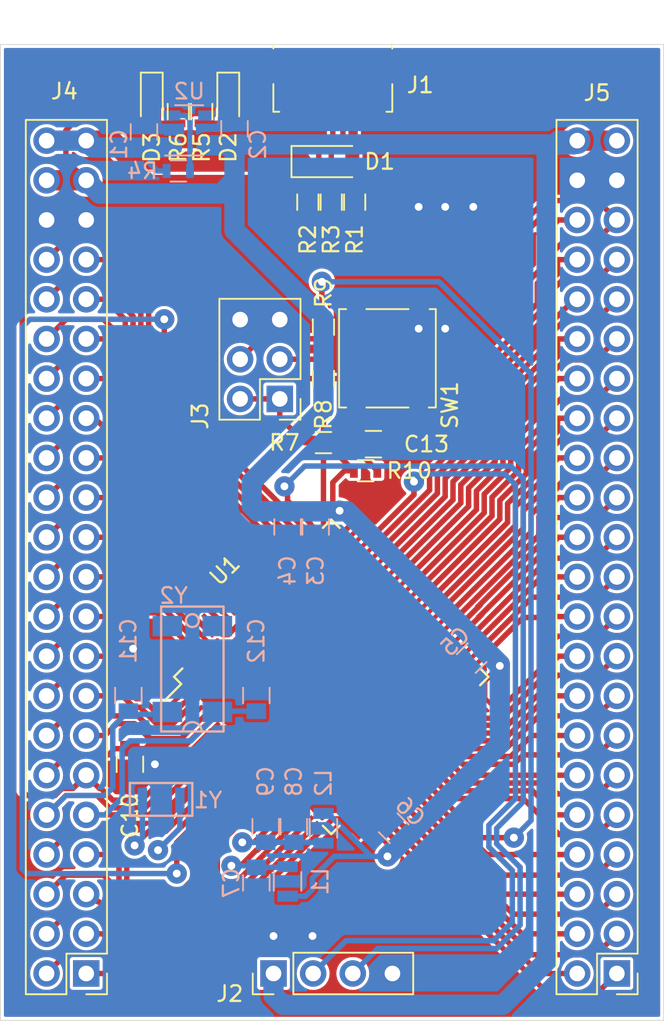
<source format=kicad_pcb>
(kicad_pcb (version 20171130) (host pcbnew "(5.1.2)-1")
  (layers (0 F.Cu signal) (31 B.Cu signal) (34 B.Paste user) (35 F.Paste user) (36 B.SilkS user) (37 F.SilkS user) (38 B.Mask user) (39 F.Mask user) (44 Edge.Cuts user))
  (net 0 "")
  (net 1 GND)
  (net 2 +5V)
  (net 3 +3V3)
  (net 4 /VDDA)
  (net 5 /VREF)
  (net 6 /VBAT)
  (net 7 /PC14)
  (net 8 /PC15)
  (net 9 /NRST)
  (net 10 "Net-(D1-Pad2)")
  (net 11 "Net-(D2-Pad2)")
  (net 12 "Net-(D3-Pad2)")
  (net 13 /PC13)
  (net 14 "Net-(J1-Pad2)")
  (net 15 "Net-(J1-Pad3)")
  (net 16 /DCLK)
  (net 17 /DIO)
  (net 18 "Net-(J3-Pad4)")
  (net 19 "Net-(J3-Pad3)")
  (net 20 "Net-(J3-Pad1)")
  (net 21 /PA3)
  (net 22 /PA2)
  (net 23 /PA1)
  (net 24 /PA0)
  (net 25 /PC3)
  (net 26 /PC2)
  (net 27 /PC1)
  (net 28 /PC0)
  (net 29 /PE6)
  (net 30 /PE5)
  (net 31 /PE4)
  (net 32 /PE3)
  (net 33 /PE2)
  (net 34 /PE1)
  (net 35 /PE0)
  (net 36 /PB9)
  (net 37 /PB8)
  (net 38 /PB7)
  (net 39 /PB6)
  (net 40 /PB5)
  (net 41 /PB4)
  (net 42 /PB3)
  (net 43 /PD7)
  (net 44 /PD6)
  (net 45 /PD5)
  (net 46 /PD4)
  (net 47 /PD3)
  (net 48 /PD2)
  (net 49 /PD1)
  (net 50 /PD0)
  (net 51 /PC12)
  (net 52 /PC11)
  (net 53 /PC10)
  (net 54 /PA15)
  (net 55 /PA12)
  (net 56 /PA11)
  (net 57 /PA10)
  (net 58 /PA9)
  (net 59 /PA8)
  (net 60 /PC9)
  (net 61 /PC8)
  (net 62 /PC7)
  (net 63 /PC6)
  (net 64 /PD15)
  (net 65 /PD14)
  (net 66 /PD13)
  (net 67 /PD12)
  (net 68 /PD11)
  (net 69 /PD10)
  (net 70 /PD9)
  (net 71 /PD8)
  (net 72 /PB15)
  (net 73 /PB14)
  (net 74 /PB13)
  (net 75 /PB12)
  (net 76 /PB11)
  (net 77 /PB10)
  (net 78 /PE15)
  (net 79 /PE14)
  (net 80 /PE13)
  (net 81 /PE12)
  (net 82 /PE11)
  (net 83 /PE10)
  (net 84 /PE9)
  (net 85 /PE8)
  (net 86 /PE7)
  (net 87 /PB1)
  (net 88 /PB0)
  (net 89 /PC5)
  (net 90 /PC4)
  (net 91 /PA7)
  (net 92 /PA6)
  (net 93 /PA5)
  (net 94 /PA4)
  (net 95 "Net-(R4-Pad1)")
  (net 96 /BOOT0)
  (net 97 /BOOT1)
  (net 98 "Net-(U1-Pad73)")
  (net 99 /OSCB)
  (net 100 /OSCA)
  (net 101 "Net-(U2-Pad4)")
  (net 102 "Net-(Y2-Pad2)")
  (net 103 "Net-(Y2-Pad3)")
  (module .rpvM:Crystal_4pin_SMD_2.5x4.6 (layer B.Cu) (at 56.8 70.5 90)
    (fp_text reference Y2 (at 4.7 -1.2 180) (layer B.SilkS) (effects (justify mirror)))
    (fp_text value 32.768K)
    (pad 4 smd rect (at -2.75 1.6 90) (size 1.3 1.9) (layers B.Cu B.Paste B.Mask) (net 8 /PC15))
    (pad 3 smd rect (at 2.75 1.6 90) (size 1.3 1.9) (layers B.Cu B.Paste B.Mask) (net 103 "Net-(Y2-Pad3)"))
    (pad 2 smd rect (at 2.75 -1.6 90) (size 1.3 1.9) (layers B.Cu B.Paste B.Mask) (net 102 "Net-(Y2-Pad2)"))
    (pad 1 smd rect (at -2.75 -1.6 90) (size 1.3 1.9) (layers B.Cu B.Paste B.Mask) (net 7 /PC14))
  )
  (module Pin_Headers:Pin_Header_Straight_2x22_Pitch2.54mm (layer F.Cu) (at 50 90 180)
    (fp_text reference J4 (at 1.4 56.5) (layer F.SilkS))
    (fp_text value " ")
    (pad 1 thru_hole rect (at 0 0 180) (size 1.7 1.7) (drill 1) (layers *.Cu *.Mask) (net 21 /PA3))
    (pad 2 thru_hole oval (at 2.54 0 180) (size 1.7 1.7) (drill 1) (layers *.Cu *.Mask) (net 22 /PA2))
    (pad 3 thru_hole oval (at 0 2.54 180) (size 1.7 1.7) (drill 1) (layers *.Cu *.Mask) (net 23 /PA1))
    (pad 4 thru_hole oval (at 2.54 2.54 180) (size 1.7 1.7) (drill 1) (layers *.Cu *.Mask) (net 24 /PA0))
    (pad 5 thru_hole oval (at 0 5.08 180) (size 1.7 1.7) (drill 1) (layers *.Cu *.Mask) (net 25 /PC3))
    (pad 6 thru_hole oval (at 2.54 5.08 180) (size 1.7 1.7) (drill 1) (layers *.Cu *.Mask) (net 26 /PC2))
    (pad 7 thru_hole oval (at 0 7.62 180) (size 1.7 1.7) (drill 1) (layers *.Cu *.Mask) (net 27 /PC1))
    (pad 8 thru_hole oval (at 2.54 7.62 180) (size 1.7 1.7) (drill 1) (layers *.Cu *.Mask) (net 28 /PC0))
    (pad 9 thru_hole oval (at 0 10.16 180) (size 1.7 1.7) (drill 1) (layers *.Cu *.Mask) (net 8 /PC15))
    (pad 10 thru_hole oval (at 2.54 10.16 180) (size 1.7 1.7) (drill 1) (layers *.Cu *.Mask) (net 7 /PC14))
    (pad 11 thru_hole oval (at 0 12.7 180) (size 1.7 1.7) (drill 1) (layers *.Cu *.Mask) (net 13 /PC13))
    (pad 12 thru_hole oval (at 2.54 12.7 180) (size 1.7 1.7) (drill 1) (layers *.Cu *.Mask) (net 6 /VBAT))
    (pad 13 thru_hole oval (at 0 15.24 180) (size 1.7 1.7) (drill 1) (layers *.Cu *.Mask) (net 29 /PE6))
    (pad 14 thru_hole oval (at 2.54 15.24 180) (size 1.7 1.7) (drill 1) (layers *.Cu *.Mask) (net 30 /PE5))
    (pad 15 thru_hole oval (at 0 17.78 180) (size 1.7 1.7) (drill 1) (layers *.Cu *.Mask) (net 31 /PE4))
    (pad 16 thru_hole oval (at 2.54 17.78 180) (size 1.7 1.7) (drill 1) (layers *.Cu *.Mask) (net 32 /PE3))
    (pad 17 thru_hole oval (at 0 20.32 180) (size 1.7 1.7) (drill 1) (layers *.Cu *.Mask) (net 33 /PE2))
    (pad 18 thru_hole oval (at 2.54 20.32 180) (size 1.7 1.7) (drill 1) (layers *.Cu *.Mask) (net 34 /PE1))
    (pad 19 thru_hole oval (at 0 22.86 180) (size 1.7 1.7) (drill 1) (layers *.Cu *.Mask) (net 35 /PE0))
    (pad 20 thru_hole oval (at 2.54 22.86 180) (size 1.7 1.7) (drill 1) (layers *.Cu *.Mask) (net 36 /PB9))
    (pad 21 thru_hole oval (at 0 25.4 180) (size 1.7 1.7) (drill 1) (layers *.Cu *.Mask) (net 37 /PB8))
    (pad 22 thru_hole oval (at 2.54 25.4 180) (size 1.7 1.7) (drill 1) (layers *.Cu *.Mask) (net 38 /PB7))
    (pad 23 thru_hole oval (at 0 27.94 180) (size 1.7 1.7) (drill 1) (layers *.Cu *.Mask) (net 39 /PB6))
    (pad 24 thru_hole oval (at 2.54 27.94 180) (size 1.7 1.7) (drill 1) (layers *.Cu *.Mask) (net 40 /PB5))
    (pad 25 thru_hole oval (at 0 30.48 180) (size 1.7 1.7) (drill 1) (layers *.Cu *.Mask) (net 41 /PB4))
    (pad 26 thru_hole oval (at 2.54 30.48 180) (size 1.7 1.7) (drill 1) (layers *.Cu *.Mask) (net 42 /PB3))
    (pad 27 thru_hole oval (at 0 33.02 180) (size 1.7 1.7) (drill 1) (layers *.Cu *.Mask) (net 43 /PD7))
    (pad 28 thru_hole oval (at 2.54 33.02 180) (size 1.7 1.7) (drill 1) (layers *.Cu *.Mask) (net 44 /PD6))
    (pad 29 thru_hole oval (at 0 35.56 180) (size 1.7 1.7) (drill 1) (layers *.Cu *.Mask) (net 45 /PD5))
    (pad 30 thru_hole oval (at 2.54 35.56 180) (size 1.7 1.7) (drill 1) (layers *.Cu *.Mask) (net 46 /PD4))
    (pad 31 thru_hole oval (at 0 38.1 180) (size 1.7 1.7) (drill 1) (layers *.Cu *.Mask) (net 47 /PD3))
    (pad 32 thru_hole oval (at 2.54 38.1 180) (size 1.7 1.7) (drill 1) (layers *.Cu *.Mask) (net 48 /PD2))
    (pad 33 thru_hole oval (at 0 40.64 180) (size 1.7 1.7) (drill 1) (layers *.Cu *.Mask) (net 49 /PD1))
    (pad 34 thru_hole oval (at 2.54 40.64 180) (size 1.7 1.7) (drill 1) (layers *.Cu *.Mask) (net 50 /PD0))
    (pad 35 thru_hole oval (at 0 43.18 180) (size 1.7 1.7) (drill 1) (layers *.Cu *.Mask) (net 51 /PC12))
    (pad 36 thru_hole oval (at 2.54 43.18 180) (size 1.7 1.7) (drill 1) (layers *.Cu *.Mask) (net 52 /PC11))
    (pad 37 thru_hole oval (at 0 45.72 180) (size 1.7 1.7) (drill 1) (layers *.Cu *.Mask) (net 53 /PC10))
    (pad 38 thru_hole oval (at 2.54 45.72 180) (size 1.7 1.7) (drill 1) (layers *.Cu *.Mask) (net 54 /PA15))
    (pad 39 thru_hole oval (at 0 48.26 180) (size 1.7 1.7) (drill 1) (layers *.Cu *.Mask) (net 1 GND))
    (pad 40 thru_hole oval (at 2.54 48.26 180) (size 1.7 1.7) (drill 1) (layers *.Cu *.Mask) (net 1 GND))
    (pad 41 thru_hole oval (at 0 50.8 180) (size 1.7 1.7) (drill 1) (layers *.Cu *.Mask) (net 3 +3V3))
    (pad 42 thru_hole oval (at 2.54 50.8 180) (size 1.7 1.7) (drill 1) (layers *.Cu *.Mask) (net 3 +3V3))
    (pad 43 thru_hole oval (at 0 53.34 180) (size 1.7 1.7) (drill 1) (layers *.Cu *.Mask) (net 2 +5V))
    (pad 44 thru_hole oval (at 2.54 53.34 180) (size 1.7 1.7) (drill 1) (layers *.Cu *.Mask) (net 2 +5V))
  )
  (module Capacitors_SMD:C_0805 (layer B.Cu) (at 53.7 36.1 90)
    (fp_text reference C1 (at -0.8 -1.6 -90) (layer B.SilkS) (effects (justify mirror)))
    (fp_text value 22uF)
    (pad 2 smd rect (at 1 0 90) (size 1 1.25) (layers B.Cu B.Paste B.Mask) (net 1 GND))
    (pad 1 smd rect (at -1 0 90) (size 1 1.25) (layers B.Cu B.Paste B.Mask) (net 2 +5V))
  )
  (module Capacitors_SMD:C_0805 (layer B.Cu) (at 59.5 35.9 90)
    (fp_text reference C2 (at -1 1.5 -90) (layer B.SilkS) (effects (justify mirror)))
    (fp_text value 22uF)
    (pad 2 smd rect (at 1 0 90) (size 1 1.25) (layers B.Cu B.Paste B.Mask) (net 1 GND))
    (pad 1 smd rect (at -1 0 90) (size 1 1.25) (layers B.Cu B.Paste B.Mask) (net 3 +3V3))
  )
  (module Capacitors_SMD:C_0805 (layer B.Cu) (at 64.7 61.4 270)
    (fp_text reference C3 (at 2.8 0 90) (layer B.SilkS) (effects (justify mirror)))
    (fp_text value 22uF)
    (pad 1 smd rect (at -1 0 270) (size 1 1.25) (layers B.Cu B.Paste B.Mask) (net 3 +3V3))
    (pad 2 smd rect (at 1 0 270) (size 1 1.25) (layers B.Cu B.Paste B.Mask) (net 1 GND))
  )
  (module Capacitors_SMD:C_0805 (layer B.Cu) (at 62.9 61.4 270)
    (fp_text reference C4 (at 2.8 0 90) (layer B.SilkS) (effects (justify mirror)))
    (fp_text value 100nF)
    (pad 1 smd rect (at -1 0 270) (size 1 1.25) (layers B.Cu B.Paste B.Mask) (net 3 +3V3))
    (pad 2 smd rect (at 1 0 270) (size 1 1.25) (layers B.Cu B.Paste B.Mask) (net 1 GND))
  )
  (module Capacitors_SMD:C_0805 (layer B.Cu) (at 74.7 69.8 225)
    (fp_text reference C5 (at 0 1.5 45) (layer B.SilkS) (effects (justify mirror)))
    (fp_text value 100nF)
    (pad 2 smd rect (at 1 0 225) (size 1 1.25) (layers B.Cu B.Paste B.Mask) (net 1 GND))
    (pad 1 smd rect (at -1 0 225) (size 1 1.25) (layers B.Cu B.Paste B.Mask) (net 3 +3V3))
  )
  (module Capacitors_SMD:C_0805 (layer B.Cu) (at 69.7 80.7 135)
    (fp_text reference C6 (at 0 1.5 135) (layer B.SilkS) (effects (justify mirror)))
    (fp_text value 100nF)
    (pad 1 smd rect (at -1 0 135) (size 1 1.25) (layers B.Cu B.Paste B.Mask) (net 3 +3V3))
    (pad 2 smd rect (at 1 0 135) (size 1 1.25) (layers B.Cu B.Paste B.Mask) (net 1 GND))
  )
  (module Capacitors_SMD:C_0805 (layer B.Cu) (at 60.9 84.2 270)
    (fp_text reference C7 (at 0 1.6 90) (layer B.SilkS) (effects (justify mirror)))
    (fp_text value 100nF)
    (pad 2 smd rect (at 1 0 270) (size 1 1.25) (layers B.Cu B.Paste B.Mask) (net 1 GND))
    (pad 1 smd rect (at -1 0 270) (size 1 1.25) (layers B.Cu B.Paste B.Mask) (net 4 /VDDA))
  )
  (module Capacitors_SMD:C_0805 (layer B.Cu) (at 63.3 80.6 90)
    (fp_text reference C8 (at 2.9 0 90) (layer B.SilkS) (effects (justify mirror)))
    (fp_text value 10uF)
    (pad 1 smd rect (at -1 0 90) (size 1 1.25) (layers B.Cu B.Paste B.Mask) (net 5 /VREF))
    (pad 2 smd rect (at 1 0 90) (size 1 1.25) (layers B.Cu B.Paste B.Mask) (net 1 GND))
  )
  (module Capacitors_SMD:C_0805 (layer B.Cu) (at 61.5 80.6 90)
    (fp_text reference C9 (at 2.9 0 90) (layer B.SilkS) (effects (justify mirror)))
    (fp_text value 100nF)
    (pad 2 smd rect (at 1 0 90) (size 1 1.25) (layers B.Cu B.Paste B.Mask) (net 1 GND))
    (pad 1 smd rect (at -1 0 90) (size 1 1.25) (layers B.Cu B.Paste B.Mask) (net 5 /VREF))
  )
  (module Capacitors_SMD:C_0805 (layer F.Cu) (at 52.8 76.6 270)
    (fp_text reference C10 (at 3.3 0 90) (layer F.SilkS))
    (fp_text value 100nF)
    (pad 1 smd rect (at -1 0 270) (size 1 1.25) (layers F.Cu F.Paste F.Mask) (net 6 /VBAT))
    (pad 2 smd rect (at 1 0 270) (size 1 1.25) (layers F.Cu F.Paste F.Mask) (net 1 GND))
  )
  (module Capacitors_SMD:C_0805 (layer B.Cu) (at 52.7 72.2 90)
    (fp_text reference C11 (at 3.5 0 270) (layer B.SilkS) (effects (justify mirror)))
    (fp_text value 20pF)
    (pad 1 smd rect (at -1 0 90) (size 1 1.25) (layers B.Cu B.Paste B.Mask) (net 7 /PC14))
    (pad 2 smd rect (at 1 0 90) (size 1 1.25) (layers B.Cu B.Paste B.Mask) (net 1 GND))
  )
  (module Capacitors_SMD:C_0805 (layer B.Cu) (at 60.9 72.2 90)
    (fp_text reference C12 (at 3.5 0 270) (layer B.SilkS) (effects (justify mirror)))
    (fp_text value 20pF)
    (pad 2 smd rect (at 1 0 90) (size 1 1.25) (layers B.Cu B.Paste B.Mask) (net 1 GND))
    (pad 1 smd rect (at -1 0 90) (size 1 1.25) (layers B.Cu B.Paste B.Mask) (net 8 /PC15))
  )
  (module Capacitors_SMD:C_0805 (layer F.Cu) (at 68.4 56.1)
    (fp_text reference C13 (at 3.4 0) (layer F.SilkS))
    (fp_text value 100nF)
    (pad 2 smd rect (at 1 0) (size 1 1.25) (layers F.Cu F.Paste F.Mask) (net 1 GND))
    (pad 1 smd rect (at -1 0) (size 1 1.25) (layers F.Cu F.Paste F.Mask) (net 9 /NRST))
  )
  (module Diodes_SMD:D_SOD-123 (layer F.Cu) (at 65.4 38)
    (fp_text reference D1 (at 3.4 0) (layer F.SilkS))
    (fp_text value MBR0530)
    (pad 2 smd rect (at 1.65 0) (size 0.9 1.2) (layers F.Cu F.Paste F.Mask) (net 10 "Net-(D1-Pad2)"))
    (pad 1 smd rect (at -1.65 0) (size 0.9 1.2) (layers F.Cu F.Paste F.Mask) (net 2 +5V))
  )
  (module LEDs:LED_0805 (layer F.Cu) (at 59.1 34.1 270)
    (fp_text reference D2 (at 3 0 90) (layer F.SilkS))
    (fp_text value LED)
    (pad 1 smd rect (at -1.1 0 90) (size 1.2 1.2) (layers F.Cu F.Paste F.Mask) (net 1 GND))
    (pad 2 smd rect (at 1.1 0 90) (size 1.2 1.2) (layers F.Cu F.Paste F.Mask) (net 11 "Net-(D2-Pad2)"))
  )
  (module LEDs:LED_0805 (layer F.Cu) (at 54.2 34.1 270)
    (fp_text reference D3 (at 3 0 90) (layer F.SilkS))
    (fp_text value LED)
    (pad 2 smd rect (at 1.1 0 90) (size 1.2 1.2) (layers F.Cu F.Paste F.Mask) (net 12 "Net-(D3-Pad2)"))
    (pad 1 smd rect (at -1.1 0 90) (size 1.2 1.2) (layers F.Cu F.Paste F.Mask) (net 13 /PC13))
  )
  (module Connectors_USB:USB_Micro-B_Molex_47346-0001 (layer F.Cu) (at 65.8 31.9 180)
    (fp_text reference J1 (at -5.6 -1.2 180) (layer F.SilkS))
    (fp_text value USB)
    (pad 1 smd rect (at -1.3 -2.66 180) (size 0.45 1.38) (layers F.Cu F.Paste F.Mask) (net 10 "Net-(D1-Pad2)"))
    (pad 2 smd rect (at -0.65 -2.66 180) (size 0.45 1.38) (layers F.Cu F.Paste F.Mask) (net 14 "Net-(J1-Pad2)"))
    (pad 3 smd rect (at 0 -2.66 180) (size 0.45 1.38) (layers F.Cu F.Paste F.Mask) (net 15 "Net-(J1-Pad3)"))
    (pad 4 smd rect (at 0.65 -2.66 180) (size 0.45 1.38) (layers F.Cu F.Paste F.Mask) (net 1 GND))
    (pad 5 smd rect (at 1.3 -2.66 180) (size 0.45 1.38) (layers F.Cu F.Paste F.Mask) (net 1 GND))
    (pad 6 smd rect (at -2.4625 -2.3 180) (size 1.475 2.1) (layers F.Cu F.Paste F.Mask) (net 1 GND))
    (pad 6 smd rect (at 2.4625 -2.3 180) (size 1.475 2.1) (layers F.Cu F.Paste F.Mask) (net 1 GND))
    (pad 6 smd rect (at -2.91 0 180) (size 2.375 1.9) (layers F.Cu F.Paste F.Mask) (net 1 GND))
    (pad 6 smd rect (at 2.91 0 180) (size 2.375 1.9) (layers F.Cu F.Paste F.Mask) (net 1 GND))
    (pad 6 smd rect (at -0.84 0 180) (size 1.175 1.9) (layers F.Cu F.Paste F.Mask) (net 1 GND))
    (pad 6 smd rect (at 0.84 0 180) (size 1.175 1.9) (layers F.Cu F.Paste F.Mask) (net 1 GND))
  )
  (module Pin_Headers:Pin_Header_Straight_1x04_Pitch2.54mm (layer F.Cu) (at 62 90 90)
    (fp_text reference J2 (at -1.3 -2.8 180) (layer F.SilkS))
    (fp_text value STLink)
    (pad 4 thru_hole oval (at 0 7.62 90) (size 1.7 1.7) (drill 1) (layers *.Cu *.Mask) (net 1 GND))
    (pad 3 thru_hole oval (at 0 5.08 90) (size 1.7 1.7) (drill 1) (layers *.Cu *.Mask) (net 16 /DCLK))
    (pad 2 thru_hole oval (at 0 2.54 90) (size 1.7 1.7) (drill 1) (layers *.Cu *.Mask) (net 17 /DIO))
    (pad 1 thru_hole rect (at 0 0 90) (size 1.7 1.7) (drill 1) (layers *.Cu *.Mask) (net 3 +3V3))
  )
  (module Pin_Headers:Pin_Header_Straight_2x03_Pitch2.54mm (layer F.Cu) (at 62.4 53.2 180)
    (fp_text reference J3 (at 5.1 -1.1 90) (layer F.SilkS))
    (fp_text value BOOT)
    (pad 6 thru_hole oval (at 2.54 5.08 180) (size 1.7 1.7) (drill 1) (layers *.Cu *.Mask) (net 1 GND))
    (pad 5 thru_hole oval (at 0 5.08 180) (size 1.7 1.7) (drill 1) (layers *.Cu *.Mask) (net 1 GND))
    (pad 4 thru_hole oval (at 2.54 2.54 180) (size 1.7 1.7) (drill 1) (layers *.Cu *.Mask) (net 18 "Net-(J3-Pad4)"))
    (pad 3 thru_hole oval (at 0 2.54 180) (size 1.7 1.7) (drill 1) (layers *.Cu *.Mask) (net 19 "Net-(J3-Pad3)"))
    (pad 2 thru_hole oval (at 2.54 0 180) (size 1.7 1.7) (drill 1) (layers *.Cu *.Mask) (net 20 "Net-(J3-Pad1)"))
    (pad 1 thru_hole rect (at 0 0 180) (size 1.7 1.7) (drill 1) (layers *.Cu *.Mask) (net 20 "Net-(J3-Pad1)"))
  )
  (module Pin_Headers:Pin_Header_Straight_2x22_Pitch2.54mm (layer F.Cu) (at 84 90 180)
    (fp_text reference J5 (at 1.27 56.4) (layer F.SilkS))
    (fp_text value " ")
    (pad 44 thru_hole oval (at 2.54 53.34 180) (size 1.7 1.7) (drill 1) (layers *.Cu *.Mask) (net 3 +3V3))
    (pad 43 thru_hole oval (at 0 53.34 180) (size 1.7 1.7) (drill 1) (layers *.Cu *.Mask) (net 3 +3V3))
    (pad 42 thru_hole oval (at 2.54 50.8 180) (size 1.7 1.7) (drill 1) (layers *.Cu *.Mask) (net 1 GND))
    (pad 41 thru_hole oval (at 0 50.8 180) (size 1.7 1.7) (drill 1) (layers *.Cu *.Mask) (net 1 GND))
    (pad 40 thru_hole oval (at 2.54 48.26 180) (size 1.7 1.7) (drill 1) (layers *.Cu *.Mask) (net 55 /PA12))
    (pad 39 thru_hole oval (at 0 48.26 180) (size 1.7 1.7) (drill 1) (layers *.Cu *.Mask) (net 56 /PA11))
    (pad 38 thru_hole oval (at 2.54 45.72 180) (size 1.7 1.7) (drill 1) (layers *.Cu *.Mask) (net 57 /PA10))
    (pad 37 thru_hole oval (at 0 45.72 180) (size 1.7 1.7) (drill 1) (layers *.Cu *.Mask) (net 58 /PA9))
    (pad 36 thru_hole oval (at 2.54 43.18 180) (size 1.7 1.7) (drill 1) (layers *.Cu *.Mask) (net 59 /PA8))
    (pad 35 thru_hole oval (at 0 43.18 180) (size 1.7 1.7) (drill 1) (layers *.Cu *.Mask) (net 60 /PC9))
    (pad 34 thru_hole oval (at 2.54 40.64 180) (size 1.7 1.7) (drill 1) (layers *.Cu *.Mask) (net 61 /PC8))
    (pad 33 thru_hole oval (at 0 40.64 180) (size 1.7 1.7) (drill 1) (layers *.Cu *.Mask) (net 62 /PC7))
    (pad 32 thru_hole oval (at 2.54 38.1 180) (size 1.7 1.7) (drill 1) (layers *.Cu *.Mask) (net 63 /PC6))
    (pad 31 thru_hole oval (at 0 38.1 180) (size 1.7 1.7) (drill 1) (layers *.Cu *.Mask) (net 64 /PD15))
    (pad 30 thru_hole oval (at 2.54 35.56 180) (size 1.7 1.7) (drill 1) (layers *.Cu *.Mask) (net 65 /PD14))
    (pad 29 thru_hole oval (at 0 35.56 180) (size 1.7 1.7) (drill 1) (layers *.Cu *.Mask) (net 66 /PD13))
    (pad 28 thru_hole oval (at 2.54 33.02 180) (size 1.7 1.7) (drill 1) (layers *.Cu *.Mask) (net 67 /PD12))
    (pad 27 thru_hole oval (at 0 33.02 180) (size 1.7 1.7) (drill 1) (layers *.Cu *.Mask) (net 68 /PD11))
    (pad 26 thru_hole oval (at 2.54 30.48 180) (size 1.7 1.7) (drill 1) (layers *.Cu *.Mask) (net 69 /PD10))
    (pad 25 thru_hole oval (at 0 30.48 180) (size 1.7 1.7) (drill 1) (layers *.Cu *.Mask) (net 70 /PD9))
    (pad 24 thru_hole oval (at 2.54 27.94 180) (size 1.7 1.7) (drill 1) (layers *.Cu *.Mask) (net 71 /PD8))
    (pad 23 thru_hole oval (at 0 27.94 180) (size 1.7 1.7) (drill 1) (layers *.Cu *.Mask) (net 72 /PB15))
    (pad 22 thru_hole oval (at 2.54 25.4 180) (size 1.7 1.7) (drill 1) (layers *.Cu *.Mask) (net 73 /PB14))
    (pad 21 thru_hole oval (at 0 25.4 180) (size 1.7 1.7) (drill 1) (layers *.Cu *.Mask) (net 74 /PB13))
    (pad 20 thru_hole oval (at 2.54 22.86 180) (size 1.7 1.7) (drill 1) (layers *.Cu *.Mask) (net 75 /PB12))
    (pad 19 thru_hole oval (at 0 22.86 180) (size 1.7 1.7) (drill 1) (layers *.Cu *.Mask) (net 76 /PB11))
    (pad 18 thru_hole oval (at 2.54 20.32 180) (size 1.7 1.7) (drill 1) (layers *.Cu *.Mask) (net 77 /PB10))
    (pad 17 thru_hole oval (at 0 20.32 180) (size 1.7 1.7) (drill 1) (layers *.Cu *.Mask) (net 78 /PE15))
    (pad 16 thru_hole oval (at 2.54 17.78 180) (size 1.7 1.7) (drill 1) (layers *.Cu *.Mask) (net 79 /PE14))
    (pad 15 thru_hole oval (at 0 17.78 180) (size 1.7 1.7) (drill 1) (layers *.Cu *.Mask) (net 80 /PE13))
    (pad 14 thru_hole oval (at 2.54 15.24 180) (size 1.7 1.7) (drill 1) (layers *.Cu *.Mask) (net 81 /PE12))
    (pad 13 thru_hole oval (at 0 15.24 180) (size 1.7 1.7) (drill 1) (layers *.Cu *.Mask) (net 82 /PE11))
    (pad 12 thru_hole oval (at 2.54 12.7 180) (size 1.7 1.7) (drill 1) (layers *.Cu *.Mask) (net 83 /PE10))
    (pad 11 thru_hole oval (at 0 12.7 180) (size 1.7 1.7) (drill 1) (layers *.Cu *.Mask) (net 84 /PE9))
    (pad 10 thru_hole oval (at 2.54 10.16 180) (size 1.7 1.7) (drill 1) (layers *.Cu *.Mask) (net 85 /PE8))
    (pad 9 thru_hole oval (at 0 10.16 180) (size 1.7 1.7) (drill 1) (layers *.Cu *.Mask) (net 86 /PE7))
    (pad 8 thru_hole oval (at 2.54 7.62 180) (size 1.7 1.7) (drill 1) (layers *.Cu *.Mask) (net 87 /PB1))
    (pad 7 thru_hole oval (at 0 7.62 180) (size 1.7 1.7) (drill 1) (layers *.Cu *.Mask) (net 88 /PB0))
    (pad 6 thru_hole oval (at 2.54 5.08 180) (size 1.7 1.7) (drill 1) (layers *.Cu *.Mask) (net 89 /PC5))
    (pad 5 thru_hole oval (at 0 5.08 180) (size 1.7 1.7) (drill 1) (layers *.Cu *.Mask) (net 90 /PC4))
    (pad 4 thru_hole oval (at 2.54 2.54 180) (size 1.7 1.7) (drill 1) (layers *.Cu *.Mask) (net 91 /PA7))
    (pad 3 thru_hole oval (at 0 2.54 180) (size 1.7 1.7) (drill 1) (layers *.Cu *.Mask) (net 92 /PA6))
    (pad 2 thru_hole oval (at 2.54 0 180) (size 1.7 1.7) (drill 1) (layers *.Cu *.Mask) (net 93 /PA5))
    (pad 1 thru_hole rect (at 0 0 180) (size 1.7 1.7) (drill 1) (layers *.Cu *.Mask) (net 94 /PA4))
  )
  (module Inductors_SMD:L_0805 (layer B.Cu) (at 62.9 84.1 90)
    (fp_text reference L1 (at 0 2.1 90) (layer B.SilkS) (effects (justify mirror)))
    (fp_text value 10uH)
    (pad 1 smd rect (at -0.95 0 90) (size 0.7 1.3) (layers B.Cu B.Paste B.Mask) (net 3 +3V3))
    (pad 2 smd rect (at 0.95 0 90) (size 0.7 1.3) (layers B.Cu B.Paste B.Mask) (net 4 /VDDA))
  )
  (module Inductors_SMD:L_0805 (layer B.Cu) (at 65.2 80.7 270)
    (fp_text reference L2 (at -2.9 0 90) (layer B.SilkS) (effects (justify mirror)))
    (fp_text value 10uH)
    (pad 2 smd rect (at 0.95 0 270) (size 0.7 1.3) (layers B.Cu B.Paste B.Mask) (net 5 /VREF))
    (pad 1 smd rect (at -0.95 0 270) (size 0.7 1.3) (layers B.Cu B.Paste B.Mask) (net 3 +3V3))
  )
  (module Resistors_SMD:R_0603 (layer F.Cu) (at 67.2 40.6 90)
    (fp_text reference R1 (at -2.4 0 90) (layer F.SilkS))
    (fp_text value 1K5)
    (pad 2 smd rect (at 0.75 0 90) (size 0.5 0.9) (layers F.Cu F.Paste F.Mask) (net 10 "Net-(D1-Pad2)"))
    (pad 1 smd rect (at -0.75 0 90) (size 0.5 0.9) (layers F.Cu F.Paste F.Mask) (net 15 "Net-(J1-Pad3)"))
  )
  (module Resistors_SMD:R_0603 (layer F.Cu) (at 64.2 40.6 90)
    (fp_text reference R2 (at -2.4 0 90) (layer F.SilkS))
    (fp_text value 22R)
    (pad 2 smd rect (at 0.75 0 90) (size 0.5 0.9) (layers F.Cu F.Paste F.Mask) (net 15 "Net-(J1-Pad3)"))
    (pad 1 smd rect (at -0.75 0 90) (size 0.5 0.9) (layers F.Cu F.Paste F.Mask) (net 55 /PA12))
  )
  (module Resistors_SMD:R_0603 (layer F.Cu) (at 65.7 40.6 90)
    (fp_text reference R3 (at -2.4 0 90) (layer F.SilkS))
    (fp_text value 22R)
    (pad 1 smd rect (at -0.75 0 90) (size 0.5 0.9) (layers F.Cu F.Paste F.Mask) (net 56 /PA11))
    (pad 2 smd rect (at 0.75 0 90) (size 0.5 0.9) (layers F.Cu F.Paste F.Mask) (net 14 "Net-(J1-Pad2)"))
  )
  (module Resistors_SMD:R_0603 (layer B.Cu) (at 55.9 38.6 180)
    (fp_text reference R4 (at 2.3 0) (layer B.SilkS) (effects (justify mirror)))
    (fp_text value 10K)
    (pad 1 smd rect (at -0.75 0 180) (size 0.5 0.9) (layers B.Cu B.Paste B.Mask) (net 95 "Net-(R4-Pad1)"))
    (pad 2 smd rect (at 0.75 0 180) (size 0.5 0.9) (layers B.Cu B.Paste B.Mask) (net 2 +5V))
  )
  (module Resistors_SMD:R_0603 (layer F.Cu) (at 57.4 34.8 270)
    (fp_text reference R5 (at 2.3 0 90) (layer F.SilkS))
    (fp_text value 4K91)
    (pad 1 smd rect (at -0.75 0 270) (size 0.5 0.9) (layers F.Cu F.Paste F.Mask) (net 3 +3V3))
    (pad 2 smd rect (at 0.75 0 270) (size 0.5 0.9) (layers F.Cu F.Paste F.Mask) (net 11 "Net-(D2-Pad2)"))
  )
  (module Resistors_SMD:R_0603 (layer F.Cu) (at 55.9 34.8 270)
    (fp_text reference R6 (at 2.3 0 90) (layer F.SilkS))
    (fp_text value 4K91)
    (pad 2 smd rect (at 0.75 0 270) (size 0.5 0.9) (layers F.Cu F.Paste F.Mask) (net 12 "Net-(D3-Pad2)"))
    (pad 1 smd rect (at -0.75 0 270) (size 0.5 0.9) (layers F.Cu F.Paste F.Mask) (net 3 +3V3))
  )
  (module Resistors_SMD:R_0603 (layer F.Cu) (at 65.2 56)
    (fp_text reference R7 (at -2.5 0) (layer F.SilkS))
    (fp_text value 10K)
    (pad 1 smd rect (at -0.75 0) (size 0.5 0.9) (layers F.Cu F.Paste F.Mask) (net 20 "Net-(J3-Pad1)"))
    (pad 2 smd rect (at 0.75 0) (size 0.5 0.9) (layers F.Cu F.Paste F.Mask) (net 3 +3V3))
  )
  (module Resistors_SMD:R_0603 (layer F.Cu) (at 65.2 51.9 270)
    (fp_text reference R8 (at 2.3 0 90) (layer F.SilkS))
    (fp_text value 100K)
    (pad 2 smd rect (at 0.75 0 270) (size 0.5 0.9) (layers F.Cu F.Paste F.Mask) (net 96 /BOOT0))
    (pad 1 smd rect (at -0.75 0 270) (size 0.5 0.9) (layers F.Cu F.Paste F.Mask) (net 19 "Net-(J3-Pad3)"))
  )
  (module Resistors_SMD:R_0603 (layer F.Cu) (at 65.2 48.6 90)
    (fp_text reference R9 (at 2.2 0 90) (layer F.SilkS))
    (fp_text value 100K)
    (pad 2 smd rect (at 0.75 0 90) (size 0.5 0.9) (layers F.Cu F.Paste F.Mask) (net 97 /BOOT1))
    (pad 1 smd rect (at -0.75 0 90) (size 0.5 0.9) (layers F.Cu F.Paste F.Mask) (net 18 "Net-(J3-Pad4)"))
  )
  (module Resistors_SMD:R_0603 (layer F.Cu) (at 67.9 57.8 180)
    (fp_text reference R10 (at -2.8 0) (layer F.SilkS))
    (fp_text value 10K)
    (pad 1 smd rect (at -0.75 0 180) (size 0.5 0.9) (layers F.Cu F.Paste F.Mask) (net 9 /NRST))
    (pad 2 smd rect (at 0.75 0 180) (size 0.5 0.9) (layers F.Cu F.Paste F.Mask) (net 3 +3V3))
  )
  (module Buttons_Switches_SMD:SW_SPST_EVPBF (layer F.Cu) (at 69.3 50.6 90)
    (fp_text reference SW1 (at -3 4 90) (layer F.SilkS))
    (fp_text value RESET)
    (pad 2 smd rect (at 2.88 2 90) (size 2.75 1) (layers F.Cu F.Paste F.Mask) (net 1 GND))
    (pad 2 smd rect (at -2.88 2 90) (size 2.75 1) (layers F.Cu F.Paste F.Mask) (net 1 GND))
    (pad 1 smd rect (at -2.88 -2 90) (size 2.75 1) (layers F.Cu F.Paste F.Mask) (net 9 /NRST))
    (pad 1 smd rect (at 2.88 -2 90) (size 2.75 1) (layers F.Cu F.Paste F.Mask) (net 9 /NRST))
  )
  (module Housings_QFP:LQFP-100_14x14mm_Pitch0.5mm (layer F.Cu) (at 65.7 71 45)
    (fp_text reference U1 (at 0 -9.65 45) (layer F.SilkS))
    (fp_text value STM32F103VET6)
    (pad 100 smd rect (at -6 -7.9 135) (size 1.5 0.28) (layers F.Cu F.Paste F.Mask) (net 3 +3V3))
    (pad 99 smd rect (at -5.5 -7.9 135) (size 1.5 0.28) (layers F.Cu F.Paste F.Mask) (net 1 GND))
    (pad 98 smd rect (at -5 -7.9 135) (size 1.5 0.28) (layers F.Cu F.Paste F.Mask) (net 34 /PE1))
    (pad 97 smd rect (at -4.5 -7.9 135) (size 1.5 0.28) (layers F.Cu F.Paste F.Mask) (net 35 /PE0))
    (pad 96 smd rect (at -4 -7.9 135) (size 1.5 0.28) (layers F.Cu F.Paste F.Mask) (net 36 /PB9))
    (pad 95 smd rect (at -3.5 -7.9 135) (size 1.5 0.28) (layers F.Cu F.Paste F.Mask) (net 37 /PB8))
    (pad 94 smd rect (at -3 -7.9 135) (size 1.5 0.28) (layers F.Cu F.Paste F.Mask) (net 96 /BOOT0))
    (pad 93 smd rect (at -2.5 -7.9 135) (size 1.5 0.28) (layers F.Cu F.Paste F.Mask) (net 38 /PB7))
    (pad 92 smd rect (at -2 -7.9 135) (size 1.5 0.28) (layers F.Cu F.Paste F.Mask) (net 39 /PB6))
    (pad 91 smd rect (at -1.5 -7.9 135) (size 1.5 0.28) (layers F.Cu F.Paste F.Mask) (net 40 /PB5))
    (pad 90 smd rect (at -1 -7.9 135) (size 1.5 0.28) (layers F.Cu F.Paste F.Mask) (net 41 /PB4))
    (pad 89 smd rect (at -0.5 -7.9 135) (size 1.5 0.28) (layers F.Cu F.Paste F.Mask) (net 42 /PB3))
    (pad 88 smd rect (at 0 -7.9 135) (size 1.5 0.28) (layers F.Cu F.Paste F.Mask) (net 43 /PD7))
    (pad 87 smd rect (at 0.5 -7.9 135) (size 1.5 0.28) (layers F.Cu F.Paste F.Mask) (net 44 /PD6))
    (pad 86 smd rect (at 1 -7.9 135) (size 1.5 0.28) (layers F.Cu F.Paste F.Mask) (net 45 /PD5))
    (pad 85 smd rect (at 1.5 -7.9 135) (size 1.5 0.28) (layers F.Cu F.Paste F.Mask) (net 46 /PD4))
    (pad 84 smd rect (at 2 -7.9 135) (size 1.5 0.28) (layers F.Cu F.Paste F.Mask) (net 47 /PD3))
    (pad 83 smd rect (at 2.5 -7.9 135) (size 1.5 0.28) (layers F.Cu F.Paste F.Mask) (net 48 /PD2))
    (pad 82 smd rect (at 3 -7.9 135) (size 1.5 0.28) (layers F.Cu F.Paste F.Mask) (net 49 /PD1))
    (pad 81 smd rect (at 3.5 -7.9 135) (size 1.5 0.28) (layers F.Cu F.Paste F.Mask) (net 50 /PD0))
    (pad 80 smd rect (at 4 -7.9 135) (size 1.5 0.28) (layers F.Cu F.Paste F.Mask) (net 51 /PC12))
    (pad 79 smd rect (at 4.5 -7.9 135) (size 1.5 0.28) (layers F.Cu F.Paste F.Mask) (net 52 /PC11))
    (pad 78 smd rect (at 5 -7.9 135) (size 1.5 0.28) (layers F.Cu F.Paste F.Mask) (net 53 /PC10))
    (pad 77 smd rect (at 5.5 -7.9 135) (size 1.5 0.28) (layers F.Cu F.Paste F.Mask) (net 54 /PA15))
    (pad 76 smd rect (at 6 -7.9 135) (size 1.5 0.28) (layers F.Cu F.Paste F.Mask) (net 16 /DCLK))
    (pad 75 smd rect (at 7.9 -6 45) (size 1.5 0.28) (layers F.Cu F.Paste F.Mask) (net 3 +3V3))
    (pad 74 smd rect (at 7.9 -5.5 45) (size 1.5 0.28) (layers F.Cu F.Paste F.Mask) (net 1 GND))
    (pad 73 smd rect (at 7.9 -5 45) (size 1.5 0.28) (layers F.Cu F.Paste F.Mask) (net 98 "Net-(U1-Pad73)"))
    (pad 72 smd rect (at 7.9 -4.5 45) (size 1.5 0.28) (layers F.Cu F.Paste F.Mask) (net 17 /DIO))
    (pad 71 smd rect (at 7.9 -4 45) (size 1.5 0.28) (layers F.Cu F.Paste F.Mask) (net 55 /PA12))
    (pad 70 smd rect (at 7.9 -3.5 45) (size 1.5 0.28) (layers F.Cu F.Paste F.Mask) (net 56 /PA11))
    (pad 69 smd rect (at 7.9 -3 45) (size 1.5 0.28) (layers F.Cu F.Paste F.Mask) (net 57 /PA10))
    (pad 68 smd rect (at 7.9 -2.5 45) (size 1.5 0.28) (layers F.Cu F.Paste F.Mask) (net 58 /PA9))
    (pad 67 smd rect (at 7.9 -2 45) (size 1.5 0.28) (layers F.Cu F.Paste F.Mask) (net 59 /PA8))
    (pad 66 smd rect (at 7.9 -1.5 45) (size 1.5 0.28) (layers F.Cu F.Paste F.Mask) (net 60 /PC9))
    (pad 65 smd rect (at 7.9 -1 45) (size 1.5 0.28) (layers F.Cu F.Paste F.Mask) (net 61 /PC8))
    (pad 64 smd rect (at 7.9 -0.5 45) (size 1.5 0.28) (layers F.Cu F.Paste F.Mask) (net 62 /PC7))
    (pad 63 smd rect (at 7.9 0 45) (size 1.5 0.28) (layers F.Cu F.Paste F.Mask) (net 63 /PC6))
    (pad 62 smd rect (at 7.9 0.5 45) (size 1.5 0.28) (layers F.Cu F.Paste F.Mask) (net 64 /PD15))
    (pad 61 smd rect (at 7.9 1 45) (size 1.5 0.28) (layers F.Cu F.Paste F.Mask) (net 65 /PD14))
    (pad 60 smd rect (at 7.9 1.5 45) (size 1.5 0.28) (layers F.Cu F.Paste F.Mask) (net 66 /PD13))
    (pad 59 smd rect (at 7.9 2 45) (size 1.5 0.28) (layers F.Cu F.Paste F.Mask) (net 67 /PD12))
    (pad 58 smd rect (at 7.9 2.5 45) (size 1.5 0.28) (layers F.Cu F.Paste F.Mask) (net 68 /PD11))
    (pad 57 smd rect (at 7.9 3 45) (size 1.5 0.28) (layers F.Cu F.Paste F.Mask) (net 69 /PD10))
    (pad 56 smd rect (at 7.9 3.5 45) (size 1.5 0.28) (layers F.Cu F.Paste F.Mask) (net 70 /PD9))
    (pad 55 smd rect (at 7.9 4 45) (size 1.5 0.28) (layers F.Cu F.Paste F.Mask) (net 71 /PD8))
    (pad 54 smd rect (at 7.9 4.5 45) (size 1.5 0.28) (layers F.Cu F.Paste F.Mask) (net 72 /PB15))
    (pad 53 smd rect (at 7.9 5 45) (size 1.5 0.28) (layers F.Cu F.Paste F.Mask) (net 73 /PB14))
    (pad 52 smd rect (at 7.9 5.5 45) (size 1.5 0.28) (layers F.Cu F.Paste F.Mask) (net 74 /PB13))
    (pad 51 smd rect (at 7.9 6 45) (size 1.5 0.28) (layers F.Cu F.Paste F.Mask) (net 75 /PB12))
    (pad 50 smd rect (at 6 7.9 135) (size 1.5 0.28) (layers F.Cu F.Paste F.Mask) (net 3 +3V3))
    (pad 49 smd rect (at 5.5 7.9 135) (size 1.5 0.28) (layers F.Cu F.Paste F.Mask) (net 1 GND))
    (pad 48 smd rect (at 5 7.9 135) (size 1.5 0.28) (layers F.Cu F.Paste F.Mask) (net 76 /PB11))
    (pad 47 smd rect (at 4.5 7.9 135) (size 1.5 0.28) (layers F.Cu F.Paste F.Mask) (net 77 /PB10))
    (pad 46 smd rect (at 4 7.9 135) (size 1.5 0.28) (layers F.Cu F.Paste F.Mask) (net 78 /PE15))
    (pad 45 smd rect (at 3.5 7.9 135) (size 1.5 0.28) (layers F.Cu F.Paste F.Mask) (net 79 /PE14))
    (pad 44 smd rect (at 3 7.9 135) (size 1.5 0.28) (layers F.Cu F.Paste F.Mask) (net 80 /PE13))
    (pad 43 smd rect (at 2.5 7.9 135) (size 1.5 0.28) (layers F.Cu F.Paste F.Mask) (net 81 /PE12))
    (pad 42 smd rect (at 2 7.9 135) (size 1.5 0.28) (layers F.Cu F.Paste F.Mask) (net 82 /PE11))
    (pad 41 smd rect (at 1.5 7.9 135) (size 1.5 0.28) (layers F.Cu F.Paste F.Mask) (net 83 /PE10))
    (pad 40 smd rect (at 1 7.9 135) (size 1.5 0.28) (layers F.Cu F.Paste F.Mask) (net 84 /PE9))
    (pad 39 smd rect (at 0.5 7.9 135) (size 1.5 0.28) (layers F.Cu F.Paste F.Mask) (net 85 /PE8))
    (pad 38 smd rect (at 0 7.9 135) (size 1.5 0.28) (layers F.Cu F.Paste F.Mask) (net 86 /PE7))
    (pad 37 smd rect (at -0.5 7.9 135) (size 1.5 0.28) (layers F.Cu F.Paste F.Mask) (net 97 /BOOT1))
    (pad 36 smd rect (at -1 7.9 135) (size 1.5 0.28) (layers F.Cu F.Paste F.Mask) (net 87 /PB1))
    (pad 35 smd rect (at -1.5 7.9 135) (size 1.5 0.28) (layers F.Cu F.Paste F.Mask) (net 88 /PB0))
    (pad 34 smd rect (at -2 7.9 135) (size 1.5 0.28) (layers F.Cu F.Paste F.Mask) (net 89 /PC5))
    (pad 33 smd rect (at -2.5 7.9 135) (size 1.5 0.28) (layers F.Cu F.Paste F.Mask) (net 90 /PC4))
    (pad 32 smd rect (at -3 7.9 135) (size 1.5 0.28) (layers F.Cu F.Paste F.Mask) (net 91 /PA7))
    (pad 31 smd rect (at -3.5 7.9 135) (size 1.5 0.28) (layers F.Cu F.Paste F.Mask) (net 92 /PA6))
    (pad 30 smd rect (at -4 7.9 135) (size 1.5 0.28) (layers F.Cu F.Paste F.Mask) (net 93 /PA5))
    (pad 29 smd rect (at -4.5 7.9 135) (size 1.5 0.28) (layers F.Cu F.Paste F.Mask) (net 94 /PA4))
    (pad 28 smd rect (at -5 7.9 135) (size 1.5 0.28) (layers F.Cu F.Paste F.Mask) (net 3 +3V3))
    (pad 27 smd rect (at -5.5 7.9 135) (size 1.5 0.28) (layers F.Cu F.Paste F.Mask) (net 1 GND))
    (pad 26 smd rect (at -6 7.9 135) (size 1.5 0.28) (layers F.Cu F.Paste F.Mask) (net 21 /PA3))
    (pad 25 smd rect (at -7.9 6 45) (size 1.5 0.28) (layers F.Cu F.Paste F.Mask) (net 22 /PA2))
    (pad 24 smd rect (at -7.9 5.5 45) (size 1.5 0.28) (layers F.Cu F.Paste F.Mask) (net 23 /PA1))
    (pad 23 smd rect (at -7.9 5 45) (size 1.5 0.28) (layers F.Cu F.Paste F.Mask) (net 24 /PA0))
    (pad 22 smd rect (at -7.9 4.5 45) (size 1.5 0.28) (layers F.Cu F.Paste F.Mask) (net 4 /VDDA))
    (pad 21 smd rect (at -7.9 4 45) (size 1.5 0.28) (layers F.Cu F.Paste F.Mask) (net 5 /VREF))
    (pad 20 smd rect (at -7.9 3.5 45) (size 1.5 0.28) (layers F.Cu F.Paste F.Mask) (net 1 GND))
    (pad 19 smd rect (at -7.9 3 45) (size 1.5 0.28) (layers F.Cu F.Paste F.Mask) (net 1 GND))
    (pad 18 smd rect (at -7.9 2.5 45) (size 1.5 0.28) (layers F.Cu F.Paste F.Mask) (net 25 /PC3))
    (pad 17 smd rect (at -7.9 2 45) (size 1.5 0.28) (layers F.Cu F.Paste F.Mask) (net 26 /PC2))
    (pad 16 smd rect (at -7.9 1.5 45) (size 1.5 0.28) (layers F.Cu F.Paste F.Mask) (net 27 /PC1))
    (pad 15 smd rect (at -7.9 1 45) (size 1.5 0.28) (layers F.Cu F.Paste F.Mask) (net 28 /PC0))
    (pad 14 smd rect (at -7.9 0.5 45) (size 1.5 0.28) (layers F.Cu F.Paste F.Mask) (net 9 /NRST))
    (pad 13 smd rect (at -7.9 0 45) (size 1.5 0.28) (layers F.Cu F.Paste F.Mask) (net 99 /OSCB))
    (pad 12 smd rect (at -7.9 -0.5 45) (size 1.5 0.28) (layers F.Cu F.Paste F.Mask) (net 100 /OSCA))
    (pad 11 smd rect (at -7.9 -1 45) (size 1.5 0.28) (layers F.Cu F.Paste F.Mask) (net 3 +3V3))
    (pad 10 smd rect (at -7.9 -1.5 45) (size 1.5 0.28) (layers F.Cu F.Paste F.Mask) (net 1 GND))
    (pad 9 smd rect (at -7.9 -2 45) (size 1.5 0.28) (layers F.Cu F.Paste F.Mask) (net 8 /PC15))
    (pad 8 smd rect (at -7.9 -2.5 45) (size 1.5 0.28) (layers F.Cu F.Paste F.Mask) (net 7 /PC14))
    (pad 7 smd rect (at -7.9 -3 45) (size 1.5 0.28) (layers F.Cu F.Paste F.Mask) (net 13 /PC13))
    (pad 6 smd rect (at -7.9 -3.5 45) (size 1.5 0.28) (layers F.Cu F.Paste F.Mask) (net 6 /VBAT))
    (pad 5 smd rect (at -7.9 -4 45) (size 1.5 0.28) (layers F.Cu F.Paste F.Mask) (net 29 /PE6))
    (pad 4 smd rect (at -7.9 -4.5 45) (size 1.5 0.28) (layers F.Cu F.Paste F.Mask) (net 30 /PE5))
    (pad 3 smd rect (at -7.9 -5 45) (size 1.5 0.28) (layers F.Cu F.Paste F.Mask) (net 31 /PE4))
    (pad 2 smd rect (at -7.9 -5.5 45) (size 1.5 0.28) (layers F.Cu F.Paste F.Mask) (net 32 /PE3))
    (pad 1 smd rect (at -7.9 -6 45) (size 1.5 0.28) (layers F.Cu F.Paste F.Mask) (net 33 /PE2))
  )
  (module TO_SOT_Packages_SMD:SOT-23-5 (layer B.Cu) (at 56.6 36)
    (fp_text reference U2 (at 0 -2.5) (layer B.SilkS) (effects (justify mirror)))
    (fp_text value RT9013)
    (pad 5 smd rect (at 1.1 0.95) (size 1.06 0.65) (layers B.Cu B.Paste B.Mask) (net 3 +3V3))
    (pad 4 smd rect (at 1.1 -0.95) (size 1.06 0.65) (layers B.Cu B.Paste B.Mask) (net 101 "Net-(U2-Pad4)"))
    (pad 3 smd rect (at -1.1 -0.95) (size 1.06 0.65) (layers B.Cu B.Paste B.Mask) (net 95 "Net-(R4-Pad1)"))
    (pad 2 smd rect (at -1.1 0) (size 1.06 0.65) (layers B.Cu B.Paste B.Mask) (net 1 GND))
    (pad 1 smd rect (at -1.1 0.95) (size 1.06 0.65) (layers B.Cu B.Paste B.Mask) (net 2 +5V))
  )
  (module .rpvM:Crystal_CSTCE_3pin_3.2x1.3 (layer B.Cu) (at 54.8 78.9)
    (fp_text reference Y1 (at 3 0 180) (layer B.SilkS) (effects (justify mirror)))
    (fp_text value CSTCE8.000M)
    (pad 1 smd rect (at -1.2 0) (size 0.6 1.6) (layers B.Cu B.Paste B.Mask) (net 100 /OSCA))
    (pad 2 smd rect (at 0 0) (size 0.6 1.6) (layers B.Cu B.Paste B.Mask) (net 1 GND))
    (pad 3 smd rect (at 1.2 0) (size 0.6 1.6) (layers B.Cu B.Paste B.Mask) (net 99 /OSCB))
  )
  (gr_line (start 44.5 93) (end 44.5 30.5) (layer Edge.Cuts) (width 0.05))
  (gr_line (start 87 93) (end 44.5 93) (layer Edge.Cuts) (width 0.05))
  (gr_line (start 87 30.5) (end 87 93) (layer Edge.Cuts) (width 0.05))
  (gr_line (start 44.5 30.5) (end 87 30.5) (layer Edge.Cuts) (width 0.05))
  (via (at 71.3 48.7) (size 1.3) (drill 0.5) (layers F.Cu B.Cu) (net 1))
  (segment (start 52.7 77.6) (end 52.575 77.6) (width 0.35) (layer F.Cu) (net 1))
  (segment (start 71.3 53.48) (end 71.3 54.75) (width 0.35) (layer F.Cu) (net 1))
  (via (at 54.4 76.6) (size 1.3) (drill 0.5) (layers F.Cu B.Cu) (net 1))
  (segment (start 52.8 77.6) (end 53.4 77.6) (width 0.35) (layer F.Cu) (net 1))
  (segment (start 53.4 77.6) (end 54.4 76.6) (width 0.35) (layer F.Cu) (net 1))
  (via (at 53 69.2) (size 1.3) (drill 0.5) (layers F.Cu B.Cu) (net 1))
  (via (at 73 40.9) (size 1.3) (drill 0.5) (layers F.Cu B.Cu) (net 1))
  (via (at 74.8 40.9) (size 1.3) (drill 0.5) (layers F.Cu B.Cu) (net 1))
  (via (at 73 48.7) (size 1.3) (drill 0.5) (layers F.Cu B.Cu) (net 1))
  (via (at 71.3 40.9) (size 1.3) (drill 0.5) (layers F.Cu B.Cu) (net 1))
  (via (at 62 87.6) (size 1.3) (drill 0.5) (layers F.Cu B.Cu) (net 1))
  (via (at 64.5 87.6) (size 1.3) (drill 0.5) (layers F.Cu B.Cu) (net 1))
  (segment (start 47.46 36.66) (end 50 36.66) (width 1.3) (layer B.Cu) (net 2))
  (segment (start 55.374999 37.075001) (end 55.5 37.075001) (width 1.3) (layer B.Cu) (net 2))
  (segment (start 55.35 37.1) (end 55.374999 37.075001) (width 1.3) (layer B.Cu) (net 2))
  (segment (start 50.44 37.1) (end 50 36.66) (width 1.3) (layer B.Cu) (net 2))
  (segment (start 53.7 37.1) (end 50.44 37.1) (width 1.3) (layer B.Cu) (net 2))
  (segment (start 54.1 38.15) (end 54.1 37.1) (width 0.35) (layer B.Cu) (net 2))
  (segment (start 54.55 38.6) (end 54.1 38.15) (width 0.35) (layer B.Cu) (net 2))
  (segment (start 55.15 38.6) (end 54.55 38.6) (width 0.35) (layer B.Cu) (net 2))
  (segment (start 53.7 37.1) (end 54.1 37.1) (width 1.3) (layer B.Cu) (net 2))
  (segment (start 54.1 37.1) (end 55.35 37.1) (width 1.3) (layer B.Cu) (net 2))
  (segment (start 63.75 38) (end 53 38) (width 1.3) (layer F.Cu) (net 2))
  (segment (start 51.66 36.66) (end 50 36.66) (width 1.3) (layer F.Cu) (net 2))
  (segment (start 53 38) (end 51.66 36.66) (width 1.3) (layer F.Cu) (net 2))
  (segment (start 50.65 34.05) (end 53.6 34.05) (width 0.35) (layer F.Cu) (net 3))
  (segment (start 48.7 36) (end 50.65 34.05) (width 0.35) (layer F.Cu) (net 3))
  (segment (start 50 39.2) (end 48.7 37.9) (width 0.35) (layer F.Cu) (net 3))
  (segment (start 48.7 37.9) (end 48.7 36) (width 0.35) (layer F.Cu) (net 3))
  (segment (start 53.6 34.05) (end 55.9 34.05) (width 0.35) (layer F.Cu) (net 3))
  (segment (start 55.9 34.05) (end 57.4 34.05) (width 0.35) (layer F.Cu) (net 3))
  (segment (start 59.45 36.95) (end 59.5 36.9) (width 1.3) (layer B.Cu) (net 3))
  (segment (start 57.7 36.95) (end 59.45 36.95) (width 1.3) (layer B.Cu) (net 3))
  (segment (start 81.22 36.9) (end 81.46 36.66) (width 1.3) (layer B.Cu) (net 3))
  (segment (start 59.5 36.9) (end 81.22 36.9) (width 1.3) (layer B.Cu) (net 3))
  (segment (start 50.849999 40.049999) (end 58.650001 40.049999) (width 1.3) (layer B.Cu) (net 3))
  (segment (start 50 39.2) (end 50.849999 40.049999) (width 1.3) (layer B.Cu) (net 3))
  (segment (start 59.5 39.2) (end 59.5 36.9) (width 1.3) (layer B.Cu) (net 3))
  (segment (start 58.650001 40.049999) (end 59.5 39.2) (width 1.3) (layer B.Cu) (net 3))
  (segment (start 65.95 56.6) (end 67.15 57.8) (width 0.35) (layer F.Cu) (net 3))
  (segment (start 65.95 56) (end 65.95 56.6) (width 0.35) (layer F.Cu) (net 3))
  (segment (start 66.55 57.8) (end 65.8 58.55) (width 0.35) (layer F.Cu) (net 3))
  (segment (start 67.15 57.8) (end 66.55 57.8) (width 0.35) (layer F.Cu) (net 3))
  (segment (start 65.8 59.927713) (end 66.236144 60.363856) (width 0.35) (layer F.Cu) (net 3))
  (segment (start 65.8 58.55) (end 65.8 59.927713) (width 0.35) (layer F.Cu) (net 3))
  (segment (start 62 91.4) (end 62 90) (width 1.3) (layer B.Cu) (net 3))
  (segment (start 80.257919 36.66) (end 79.5 37.417919) (width 1.3) (layer B.Cu) (net 3))
  (segment (start 81.46 36.66) (end 80.257919 36.66) (width 1.3) (layer B.Cu) (net 3))
  (segment (start 79.5 89.2) (end 76.7 92) (width 1.3) (layer B.Cu) (net 3))
  (segment (start 76.7 92) (end 62.6 92) (width 1.3) (layer B.Cu) (net 3))
  (segment (start 79.5 37.417919) (end 79.5 89.2) (width 1.3) (layer B.Cu) (net 3))
  (segment (start 62.6 92) (end 62 91.4) (width 1.3) (layer B.Cu) (net 3))
  (segment (start 67.043503 61.171216) (end 57.714719 70.5) (width 0.35) (layer F.Cu) (net 3))
  (segment (start 56.714719 70.5) (end 55.871216 69.656497) (width 0.35) (layer F.Cu) (net 3))
  (segment (start 57.714719 70.5) (end 56.714719 70.5) (width 0.35) (layer F.Cu) (net 3))
  (segment (start 67.14957 79.520637) (end 67.75061 80.121677) (width 0.35) (layer F.Cu) (net 3))
  (segment (start 62.528933 74.9) (end 67.14957 79.520637) (width 0.35) (layer F.Cu) (net 3))
  (segment (start 60.385787 74.9) (end 62.528933 74.9) (width 0.35) (layer F.Cu) (net 3))
  (segment (start 59.40675 75.879037) (end 60.385787 74.9) (width 0.35) (layer F.Cu) (net 3))
  (segment (start 66.236144 60.363856) (end 67.043503 61.171216) (width 0.35) (layer F.Cu) (net 3))
  (via (at 66.236144 60.363856) (size 1.3) (drill 0.5) (layers F.Cu B.Cu) (net 3))
  (via (at 69.3 82.5) (size 1.3) (drill 0.5) (layers F.Cu B.Cu) (net 3))
  (segment (start 67.75061 80.121677) (end 69.3 81.671067) (width 0.35) (layer F.Cu) (net 3))
  (segment (start 69.3 81.671067) (end 69.3 82.5) (width 0.35) (layer F.Cu) (net 3))
  (via (at 76.5 70.3) (size 1.3) (drill 0.5) (layers F.Cu B.Cu) (net 3))
  (segment (start 75.528784 72.343503) (end 75.528784 71.271216) (width 0.35) (layer F.Cu) (net 3))
  (segment (start 75.528784 71.271216) (end 76.5 70.3) (width 0.35) (layer F.Cu) (net 3))
  (segment (start 47.46 39.2) (end 50 39.2) (width 1.3) (layer F.Cu) (net 3))
  (segment (start 81.46 36.66) (end 84 36.66) (width 1.3) (layer F.Cu) (net 3))
  (segment (start 60.975 60.4) (end 62.9 60.4) (width 1.3) (layer B.Cu) (net 3))
  (segment (start 59.5 39.2) (end 59.5 42.4) (width 1.3) (layer B.Cu) (net 3))
  (segment (start 59.5 42.4) (end 65.2 48.1) (width 1.3) (layer B.Cu) (net 3))
  (segment (start 65.2 48.1) (end 65.2 53.9) (width 1.3) (layer B.Cu) (net 3))
  (segment (start 65.2 53.9) (end 60.6 58.5) (width 1.3) (layer B.Cu) (net 3))
  (segment (start 60.6 58.5) (end 60.6 60.025) (width 1.3) (layer B.Cu) (net 3))
  (segment (start 60.6 60.025) (end 60.975 60.4) (width 1.3) (layer B.Cu) (net 3))
  (segment (start 62.9 60.4) (end 64.7 60.4) (width 1.3) (layer B.Cu) (net 3))
  (segment (start 66.2 60.4) (end 66.236144 60.363856) (width 1.3) (layer B.Cu) (net 3))
  (segment (start 64.7 60.4) (end 66.2 60.4) (width 1.3) (layer B.Cu) (net 3))
  (segment (start 66.714214 60.4) (end 75.407107 69.092893) (width 1.3) (layer B.Cu) (net 3))
  (segment (start 64.7 60.4) (end 66.714214 60.4) (width 1.3) (layer B.Cu) (net 3))
  (segment (start 75.407107 69.207107) (end 76.5 70.3) (width 1.3) (layer B.Cu) (net 3))
  (segment (start 75.407107 69.092893) (end 75.407107 69.207107) (width 1.3) (layer B.Cu) (net 3))
  (segment (start 70.919758 80.894456) (end 70.407107 81.407107) (width 1.3) (layer B.Cu) (net 3))
  (segment (start 76.5 75.314214) (end 70.919758 80.894456) (width 1.3) (layer B.Cu) (net 3))
  (segment (start 76.5 70.185786) (end 76.5 75.314214) (width 1.3) (layer B.Cu) (net 3))
  (segment (start 75.407107 69.092893) (end 76.5 70.185786) (width 1.3) (layer B.Cu) (net 3))
  (segment (start 70.392893 81.407107) (end 69.3 82.5) (width 1.3) (layer B.Cu) (net 3))
  (segment (start 70.407107 81.407107) (end 70.392893 81.407107) (width 1.3) (layer B.Cu) (net 3))
  (segment (start 69.3 82.5) (end 68.2 82.5) (width 0.35) (layer B.Cu) (net 3))
  (segment (start 65.5 79.75) (end 65.2 79.75) (width 0.35) (layer B.Cu) (net 3))
  (segment (start 68.2 82.45) (end 65.5 79.75) (width 0.35) (layer B.Cu) (net 3))
  (segment (start 68.2 82.5) (end 68.2 82.45) (width 0.35) (layer B.Cu) (net 3))
  (segment (start 68.2 82.5) (end 65.9 82.5) (width 0.35) (layer B.Cu) (net 3))
  (segment (start 65.9 82.5) (end 64.5 83.9) (width 0.35) (layer B.Cu) (net 3))
  (segment (start 64.5 83.9) (end 64.5 84.6) (width 0.35) (layer B.Cu) (net 3))
  (segment (start 64.05 85.05) (end 62.9 85.05) (width 0.35) (layer B.Cu) (net 3))
  (segment (start 64.5 84.6) (end 64.05 85.05) (width 0.35) (layer B.Cu) (net 3))
  (via (at 59.3 83.1) (size 1.3) (drill 0.5) (layers F.Cu B.Cu) (net 4))
  (segment (start 63.295837 79.768124) (end 60.963961 82.1) (width 0.35) (layer F.Cu) (net 4))
  (segment (start 59.3 83.1) (end 59.9 83.1) (width 0.35) (layer F.Cu) (net 4))
  (segment (start 60.9 82.1) (end 60.963961 82.1) (width 0.35) (layer F.Cu) (net 4))
  (segment (start 59.9 83.1) (end 60.9 82.1) (width 0.35) (layer F.Cu) (net 4))
  (segment (start 60.8 83.1) (end 60.9 83.2) (width 0.35) (layer B.Cu) (net 4))
  (segment (start 59.3 83.1) (end 60.8 83.1) (width 0.35) (layer B.Cu) (net 4))
  (segment (start 62.85 83.2) (end 62.9 83.15) (width 0.35) (layer B.Cu) (net 4))
  (segment (start 60.9 83.2) (end 62.85 83.2) (width 0.35) (layer B.Cu) (net 4))
  (via (at 60 81.6) (size 1.3) (drill 0.5) (layers F.Cu B.Cu) (net 5))
  (segment (start 62.942284 79.414571) (end 60.756855 81.6) (width 0.35) (layer F.Cu) (net 5))
  (segment (start 60.756855 81.6) (end 60 81.6) (width 0.35) (layer F.Cu) (net 5))
  (segment (start 60 81.6) (end 61.5 81.6) (width 0.35) (layer B.Cu) (net 5))
  (segment (start 61.5 81.6) (end 63.3 81.6) (width 0.35) (layer B.Cu) (net 5))
  (segment (start 65.15 81.6) (end 65.2 81.65) (width 0.35) (layer B.Cu) (net 5))
  (segment (start 63.3 81.6) (end 65.15 81.6) (width 0.35) (layer B.Cu) (net 5))
  (segment (start 48.76 76) (end 47.46 77.3) (width 0.35) (layer F.Cu) (net 6))
  (segment (start 50.975 76) (end 50.8 76) (width 0.35) (layer F.Cu) (net 6))
  (segment (start 50.8 76) (end 48.76 76) (width 0.35) (layer F.Cu) (net 6))
  (segment (start 51.425 76) (end 51.3 76) (width 0.35) (layer F.Cu) (net 6))
  (segment (start 51.825 75.6) (end 51.425 76) (width 0.35) (layer F.Cu) (net 6))
  (segment (start 52.8 75.6) (end 51.825 75.6) (width 0.35) (layer F.Cu) (net 6))
  (segment (start 51.3 76) (end 50.8 76) (width 0.35) (layer F.Cu) (net 6))
  (segment (start 56.325126 75.425126) (end 57.638983 74.11127) (width 0.35) (layer F.Cu) (net 6))
  (segment (start 53.949874 75.425126) (end 56.325126 75.425126) (width 0.35) (layer F.Cu) (net 6))
  (segment (start 53.775 75.6) (end 53.949874 75.425126) (width 0.35) (layer F.Cu) (net 6))
  (segment (start 52.8 75.6) (end 53.775 75.6) (width 0.35) (layer F.Cu) (net 6))
  (segment (start 58.346089 74.818377) (end 53.774476 79.38999) (width 0.35) (layer F.Cu) (net 7))
  (segment (start 53.774476 79.38999) (end 51.48999 79.38999) (width 0.35) (layer F.Cu) (net 7))
  (segment (start 51.48999 79.38999) (end 50.7 78.6) (width 0.35) (layer F.Cu) (net 7))
  (segment (start 48.7 78.6) (end 47.46 79.84) (width 0.35) (layer F.Cu) (net 7))
  (segment (start 50.7 78.6) (end 48.7 78.6) (width 0.35) (layer F.Cu) (net 7))
  (segment (start 55.05 73.4) (end 54.7 73.4) (width 0.35) (layer B.Cu) (net 7))
  (segment (start 47.46 79.84) (end 48.7 78.6) (width 0.35) (layer B.Cu) (net 7))
  (segment (start 49.8 78.6) (end 51.2 78.6) (width 0.35) (layer B.Cu) (net 7))
  (segment (start 48.7 78.6) (end 49.8 78.6) (width 0.35) (layer B.Cu) (net 7))
  (segment (start 51.2 78.6) (end 51.7 78.1) (width 0.35) (layer B.Cu) (net 7))
  (segment (start 51.7 78.1) (end 51.7 74.2) (width 0.35) (layer B.Cu) (net 7))
  (segment (start 52.5 73.4) (end 55.05 73.4) (width 0.35) (layer B.Cu) (net 7))
  (segment (start 51.7 74.2) (end 52.5 73.4) (width 0.35) (layer B.Cu) (net 7))
  (segment (start 54.031573 79.84) (end 50 79.84) (width 0.35) (layer F.Cu) (net 8))
  (segment (start 58.699643 75.17193) (end 54.031573 79.84) (width 0.35) (layer F.Cu) (net 8))
  (segment (start 58.55 73.4) (end 58.9 73.4) (width 0.35) (layer B.Cu) (net 8))
  (segment (start 51.202081 79.84) (end 52.3 78.742081) (width 0.35) (layer B.Cu) (net 8))
  (segment (start 50 79.84) (end 51.202081 79.84) (width 0.35) (layer B.Cu) (net 8))
  (segment (start 52.3 78.742081) (end 52.3 75.6) (width 0.35) (layer B.Cu) (net 8))
  (segment (start 52.3 75.6) (end 52.8 75.1) (width 0.35) (layer B.Cu) (net 8))
  (segment (start 58.4 73.4) (end 58.55 73.4) (width 0.35) (layer B.Cu) (net 8))
  (segment (start 56.7 75.1) (end 58.4 73.4) (width 0.35) (layer B.Cu) (net 8))
  (segment (start 52.8 75.1) (end 56.7 75.1) (width 0.35) (layer B.Cu) (net 8))
  (segment (start 58.75 73.2) (end 58.55 73.4) (width 0.35) (layer B.Cu) (net 8))
  (segment (start 60.9 73.2) (end 58.75 73.2) (width 0.35) (layer B.Cu) (net 8))
  (segment (start 67.4 56.55) (end 68.65 57.8) (width 0.35) (layer F.Cu) (net 9))
  (segment (start 67.4 56.1) (end 67.4 56.55) (width 0.35) (layer F.Cu) (net 9))
  (segment (start 67.4 53.58) (end 67.3 53.48) (width 0.35) (layer F.Cu) (net 9))
  (segment (start 67.4 56.1) (end 67.4 53.58) (width 0.35) (layer F.Cu) (net 9))
  (segment (start 67.3 47.72) (end 67.3 53.48) (width 0.35) (layer F.Cu) (net 9))
  (via (at 55.8 83.6) (size 1.3) (drill 0.5) (layers F.Cu B.Cu) (net 9))
  (segment (start 60.46741 76.939697) (end 55.8 81.607107) (width 0.35) (layer F.Cu) (net 9))
  (segment (start 55.8 81.607107) (end 55.8 83.6) (width 0.35) (layer F.Cu) (net 9))
  (segment (start 55.8 83.6) (end 46.2 83.6) (width 0.35) (layer B.Cu) (net 9))
  (segment (start 46.2 83.6) (end 45.9 83.3) (width 0.35) (layer B.Cu) (net 9))
  (segment (start 67.3 52.605) (end 67.3 53.48) (width 0.35) (layer F.Cu) (net 9))
  (segment (start 67.3 53.48) (end 67.3 52.6) (width 0.35) (layer F.Cu) (net 9))
  (segment (start 66.6 51.9) (end 65.1 51.9) (width 0.35) (layer F.Cu) (net 9))
  (segment (start 67.3 52.6) (end 66.6 51.9) (width 0.35) (layer F.Cu) (net 9))
  (segment (start 65.1 51.9) (end 65.72 51.9) (width 0.35) (layer F.Cu) (net 9))
  (segment (start 45.9 83.3) (end 45.9 51.7) (width 0.35) (layer B.Cu) (net 9))
  (segment (start 57.9 51.9) (end 58.2 51.9) (width 0.35) (layer F.Cu) (net 9))
  (segment (start 58.2 51.9) (end 65.1 51.9) (width 0.35) (layer F.Cu) (net 9))
  (segment (start 45.9 51.4) (end 45.9 48.6) (width 0.35) (layer B.Cu) (net 9))
  (segment (start 45.9 51.4) (end 45.9 51.2) (width 0.35) (layer B.Cu) (net 9))
  (segment (start 45.9 51.7) (end 45.9 51.4) (width 0.35) (layer B.Cu) (net 9))
  (via (at 55 48.1) (size 1.3) (drill 0.5) (layers F.Cu B.Cu) (net 9))
  (segment (start 45.9 48.6) (end 46.4 48.1) (width 0.35) (layer B.Cu) (net 9))
  (segment (start 46.4 48.1) (end 55 48.1) (width 0.35) (layer B.Cu) (net 9))
  (segment (start 55 48.1) (end 55 50) (width 0.35) (layer F.Cu) (net 9))
  (segment (start 56.9 51.9) (end 57.7 51.9) (width 0.35) (layer F.Cu) (net 9))
  (segment (start 55 50) (end 56.9 51.9) (width 0.35) (layer F.Cu) (net 9))
  (segment (start 58.2 51.9) (end 57.7 51.9) (width 0.35) (layer F.Cu) (net 9))
  (segment (start 57.7 51.9) (end 57.508148 51.9) (width 0.35) (layer F.Cu) (net 9))
  (segment (start 67.05 39.7) (end 67.2 39.85) (width 0.35) (layer F.Cu) (net 10))
  (segment (start 67.05 38) (end 67.05 39.7) (width 0.35) (layer F.Cu) (net 10))
  (segment (start 67.1 37.95) (end 67.05 38) (width 0.6) (layer F.Cu) (net 10))
  (segment (start 67.1 34.56) (end 67.1 37.95) (width 0.6) (layer F.Cu) (net 10))
  (segment (start 58.75 35.55) (end 59.1 35.2) (width 0.35) (layer F.Cu) (net 11))
  (segment (start 57.4 35.55) (end 58.75 35.55) (width 0.35) (layer F.Cu) (net 11))
  (segment (start 54.55 35.55) (end 54.2 35.2) (width 0.35) (layer F.Cu) (net 12))
  (segment (start 55.9 35.55) (end 54.55 35.55) (width 0.35) (layer F.Cu) (net 12))
  (segment (start 50.849999 78.149999) (end 50 77.3) (width 0.35) (layer F.Cu) (net 13))
  (segment (start 50.949999 78.149999) (end 50.849999 78.149999) (width 0.35) (layer F.Cu) (net 13))
  (segment (start 51.7 78.9) (end 50.949999 78.149999) (width 0.35) (layer F.Cu) (net 13))
  (segment (start 53.557359 78.9) (end 51.7 78.9) (width 0.35) (layer F.Cu) (net 13))
  (segment (start 57.992536 74.464823) (end 53.557359 78.9) (width 0.35) (layer F.Cu) (net 13))
  (segment (start 49.150001 78.149999) (end 48.450001 78.149999) (width 0.35) (layer F.Cu) (net 13))
  (segment (start 50 77.3) (end 49.150001 78.149999) (width 0.35) (layer F.Cu) (net 13))
  (segment (start 48.450001 78.149999) (end 48 78.6) (width 0.35) (layer F.Cu) (net 13))
  (segment (start 48 78.6) (end 46.2 78.6) (width 0.35) (layer F.Cu) (net 13))
  (segment (start 46.2 78.6) (end 45.9 78.3) (width 0.35) (layer F.Cu) (net 13))
  (segment (start 45.9 78.3) (end 45.9 35.3) (width 0.35) (layer F.Cu) (net 13))
  (segment (start 45.9 35.3) (end 46.6 34.6) (width 0.35) (layer F.Cu) (net 13))
  (segment (start 46.6 34.6) (end 49.2 34.6) (width 0.35) (layer F.Cu) (net 13))
  (segment (start 49.2 34.6) (end 50.3 33.5) (width 0.35) (layer F.Cu) (net 13))
  (segment (start 50.3 33.5) (end 52.3 33.5) (width 0.35) (layer F.Cu) (net 13))
  (segment (start 52.8 33) (end 54.2 33) (width 0.35) (layer F.Cu) (net 13))
  (segment (start 52.3 33.5) (end 52.8 33) (width 0.35) (layer F.Cu) (net 13))
  (segment (start 66.45 34.56) (end 66.45 36.65) (width 0.35) (layer F.Cu) (net 14))
  (segment (start 65.7 37.4) (end 65.7 39.85) (width 0.35) (layer F.Cu) (net 14))
  (segment (start 66.45 36.65) (end 65.7 37.4) (width 0.35) (layer F.Cu) (net 14))
  (segment (start 64.2 40.45) (end 64.35 40.6) (width 0.35) (layer F.Cu) (net 15))
  (segment (start 64.2 39.85) (end 64.2 40.45) (width 0.35) (layer F.Cu) (net 15))
  (segment (start 67 41.35) (end 67.2 41.35) (width 0.35) (layer F.Cu) (net 15))
  (segment (start 66.25 40.6) (end 67 41.35) (width 0.35) (layer F.Cu) (net 15))
  (segment (start 64.35 40.6) (end 66.25 40.6) (width 0.35) (layer F.Cu) (net 15))
  (segment (start 65.8 34.56) (end 65.8 36.5) (width 0.35) (layer F.Cu) (net 15))
  (segment (start 65.8 36.5) (end 64.9 37.4) (width 0.35) (layer F.Cu) (net 15))
  (segment (start 64.2 39.25) (end 64.2 39.85) (width 0.35) (layer F.Cu) (net 15))
  (segment (start 64.9 38.55) (end 64.2 39.25) (width 0.35) (layer F.Cu) (net 15))
  (segment (start 64.9 37.4) (end 64.9 38.55) (width 0.35) (layer F.Cu) (net 15))
  (segment (start 64.356497 61.171216) (end 62.9 59.714719) (width 0.35) (layer F.Cu) (net 16))
  (via (at 62.7 58.8) (size 1.3) (drill 0.5) (layers F.Cu B.Cu) (net 16))
  (segment (start 62.9 59.714719) (end 62.9 59) (width 0.35) (layer F.Cu) (net 16))
  (segment (start 62.9 59) (end 62.7 58.8) (width 0.35) (layer F.Cu) (net 16))
  (segment (start 68.68 88.4) (end 67.08 90) (width 0.35) (layer B.Cu) (net 16))
  (segment (start 76.3 88.4) (end 68.68 88.4) (width 0.35) (layer B.Cu) (net 16))
  (segment (start 77.8 86.9) (end 76.3 88.4) (width 0.35) (layer B.Cu) (net 16))
  (segment (start 77.8 83.2) (end 77.8 86.9) (width 0.35) (layer B.Cu) (net 16))
  (segment (start 76.3 81.7) (end 77.8 83.2) (width 0.35) (layer B.Cu) (net 16))
  (segment (start 64 57.5) (end 77.2 57.5) (width 0.35) (layer B.Cu) (net 16))
  (segment (start 62.7 58.8) (end 64 57.5) (width 0.35) (layer B.Cu) (net 16))
  (segment (start 77.2 57.5) (end 78 58.3) (width 0.35) (layer B.Cu) (net 16))
  (segment (start 78 58.3) (end 78 79) (width 0.35) (layer B.Cu) (net 16))
  (segment (start 78 79) (end 76.3 80.7) (width 0.35) (layer B.Cu) (net 16))
  (segment (start 76.3 80.7) (end 76.3 81.7) (width 0.35) (layer B.Cu) (net 16))
  (via (at 71 58.5) (size 1.3) (drill 0.5) (layers F.Cu B.Cu) (net 17))
  (segment (start 68.104163 62.231876) (end 71 59.336039) (width 0.35) (layer F.Cu) (net 17))
  (segment (start 71 59.336039) (end 71 58.5) (width 0.35) (layer F.Cu) (net 17))
  (segment (start 66.64 87.9) (end 64.54 90) (width 0.35) (layer B.Cu) (net 17))
  (segment (start 76.1 87.9) (end 66.64 87.9) (width 0.35) (layer B.Cu) (net 17))
  (segment (start 77.3 86.7) (end 76.1 87.9) (width 0.35) (layer B.Cu) (net 17))
  (segment (start 77.3 83.4) (end 77.3 86.7) (width 0.35) (layer B.Cu) (net 17))
  (segment (start 75.8 81.9) (end 77.3 83.4) (width 0.35) (layer B.Cu) (net 17))
  (segment (start 71.5 58) (end 76.8 58) (width 0.35) (layer B.Cu) (net 17))
  (segment (start 71 58.5) (end 71.5 58) (width 0.35) (layer B.Cu) (net 17))
  (segment (start 76.8 58) (end 77.5 58.7) (width 0.35) (layer B.Cu) (net 17))
  (segment (start 77.5 58.7) (end 77.5 78.8) (width 0.35) (layer B.Cu) (net 17))
  (segment (start 77.5 78.8) (end 75.8 80.5) (width 0.35) (layer B.Cu) (net 17))
  (segment (start 75.8 80.5) (end 75.8 81.9) (width 0.35) (layer B.Cu) (net 17))
  (segment (start 61.17 49.35) (end 65.2 49.35) (width 0.35) (layer F.Cu) (net 18))
  (segment (start 59.86 50.66) (end 61.17 49.35) (width 0.35) (layer F.Cu) (net 18))
  (segment (start 65.2 51.15) (end 65.2 51.1) (width 0.35) (layer F.Cu) (net 19))
  (segment (start 64.76 50.66) (end 64.16 50.66) (width 0.35) (layer F.Cu) (net 19))
  (segment (start 65.2 51.1) (end 64.76 50.66) (width 0.35) (layer F.Cu) (net 19))
  (segment (start 62.4 50.66) (end 64.16 50.66) (width 0.35) (layer F.Cu) (net 19))
  (segment (start 64.16 50.66) (end 64.31 50.66) (width 0.35) (layer F.Cu) (net 19))
  (segment (start 59.86 53.2) (end 62.4 53.2) (width 0.35) (layer F.Cu) (net 20))
  (segment (start 64 56) (end 64.45 56) (width 0.35) (layer F.Cu) (net 20))
  (segment (start 62.4 54.4) (end 64 56) (width 0.35) (layer F.Cu) (net 20))
  (segment (start 62.4 53.2) (end 62.4 54.4) (width 0.35) (layer F.Cu) (net 20))
  (segment (start 51.2 90) (end 50 90) (width 0.35) (layer F.Cu) (net 21))
  (segment (start 52 89.2) (end 51.2 90) (width 0.35) (layer F.Cu) (net 21))
  (segment (start 56.7 89.2) (end 52 89.2) (width 0.35) (layer F.Cu) (net 21))
  (segment (start 65.8 80.1) (end 56.7 89.2) (width 0.35) (layer F.Cu) (net 21))
  (segment (start 67.043503 80.828784) (end 66.314719 80.1) (width 0.35) (layer F.Cu) (net 21))
  (segment (start 66.314719 80.1) (end 65.8 80.1) (width 0.35) (layer F.Cu) (net 21))
  (segment (start 64.356497 80.828784) (end 56.485281 88.7) (width 0.35) (layer F.Cu) (net 22))
  (segment (start 48.76 88.7) (end 47.46 90) (width 0.35) (layer F.Cu) (net 22))
  (segment (start 56.485281 88.7) (end 48.76 88.7) (width 0.35) (layer F.Cu) (net 22))
  (segment (start 51.06 87.46) (end 50 87.46) (width 0.35) (layer F.Cu) (net 23))
  (segment (start 51.8 88.2) (end 51.06 87.46) (width 0.35) (layer F.Cu) (net 23))
  (segment (start 64.002944 80.475231) (end 56.278175 88.2) (width 0.35) (layer F.Cu) (net 23))
  (segment (start 56.278175 88.2) (end 51.8 88.2) (width 0.35) (layer F.Cu) (net 23))
  (segment (start 48.72 86.2) (end 47.46 87.46) (width 0.35) (layer F.Cu) (net 24))
  (segment (start 50.9 86.2) (end 48.72 86.2) (width 0.35) (layer F.Cu) (net 24))
  (segment (start 52.4 87.7) (end 50.9 86.2) (width 0.35) (layer F.Cu) (net 24))
  (segment (start 63.64939 80.121677) (end 56.071067 87.7) (width 0.35) (layer F.Cu) (net 24))
  (segment (start 56.071067 87.7) (end 52.4 87.7) (width 0.35) (layer F.Cu) (net 24))
  (segment (start 50.25641 84.92) (end 50.73641 85.4) (width 0.35) (layer F.Cu) (net 25))
  (segment (start 50 84.92) (end 50.25641 84.92) (width 0.35) (layer F.Cu) (net 25))
  (segment (start 50.73641 85.4) (end 50.8 85.4) (width 0.35) (layer F.Cu) (net 25))
  (segment (start 50.8 85.4) (end 52.6 87.2) (width 0.35) (layer F.Cu) (net 25))
  (segment (start 52.6 87.2) (end 55.8 87.2) (width 0.35) (layer F.Cu) (net 25))
  (segment (start 55.8 87.2) (end 58.4 84.6) (width 0.35) (layer F.Cu) (net 25))
  (segment (start 58.4 81.835534) (end 61.881623 78.353911) (width 0.35) (layer F.Cu) (net 25))
  (segment (start 58.4 84.6) (end 58.4 81.835534) (width 0.35) (layer F.Cu) (net 25))
  (segment (start 61.52807 78.000357) (end 57.9 81.628427) (width 0.35) (layer F.Cu) (net 26))
  (segment (start 57.9 81.628427) (end 57.9 84.4) (width 0.35) (layer F.Cu) (net 26))
  (segment (start 57.9 84.4) (end 55.6 86.7) (width 0.35) (layer F.Cu) (net 26))
  (segment (start 55.6 86.7) (end 52.8 86.7) (width 0.35) (layer F.Cu) (net 26))
  (segment (start 52.8 86.7) (end 51.6 85.5) (width 0.35) (layer F.Cu) (net 26))
  (segment (start 51.6 85.5) (end 51.6 84.2) (width 0.35) (layer F.Cu) (net 26))
  (segment (start 51.6 84.2) (end 51.1 83.7) (width 0.35) (layer F.Cu) (net 26))
  (segment (start 48.68 83.7) (end 47.46 84.92) (width 0.35) (layer F.Cu) (net 26))
  (segment (start 51.1 83.7) (end 48.68 83.7) (width 0.35) (layer F.Cu) (net 26))
  (segment (start 61.174517 77.646804) (end 57.4 81.421321) (width 0.35) (layer F.Cu) (net 27))
  (segment (start 57.4 81.421321) (end 57.4 84.2) (width 0.35) (layer F.Cu) (net 27))
  (segment (start 57.4 84.2) (end 55.4 86.2) (width 0.35) (layer F.Cu) (net 27))
  (segment (start 55.4 86.2) (end 53 86.2) (width 0.35) (layer F.Cu) (net 27))
  (segment (start 53 86.2) (end 52.1 85.3) (width 0.35) (layer F.Cu) (net 27))
  (segment (start 52.1 85.3) (end 52.1 83.1) (width 0.35) (layer F.Cu) (net 27))
  (segment (start 51.38 82.38) (end 50 82.38) (width 0.35) (layer F.Cu) (net 27))
  (segment (start 52.1 83.1) (end 51.38 82.38) (width 0.35) (layer F.Cu) (net 27))
  (segment (start 60.820963 77.29325) (end 56.9 81.214213) (width 0.35) (layer F.Cu) (net 28))
  (segment (start 56.9 81.214213) (end 56.9 83.9) (width 0.35) (layer F.Cu) (net 28))
  (segment (start 56.9 83.9) (end 55.1 85.7) (width 0.35) (layer F.Cu) (net 28))
  (segment (start 55.1 85.7) (end 53.2 85.7) (width 0.35) (layer F.Cu) (net 28))
  (segment (start 53.2 85.7) (end 52.6 85.1) (width 0.35) (layer F.Cu) (net 28))
  (segment (start 52.6 85.1) (end 52.6 82.8) (width 0.35) (layer F.Cu) (net 28))
  (segment (start 52.6 82.8) (end 50.9 81.1) (width 0.35) (layer F.Cu) (net 28))
  (segment (start 48.74 81.1) (end 47.46 82.38) (width 0.35) (layer F.Cu) (net 28))
  (segment (start 50.9 81.1) (end 48.74 81.1) (width 0.35) (layer F.Cu) (net 28))
  (segment (start 51.202081 74.76) (end 51.962081 74) (width 0.35) (layer F.Cu) (net 29))
  (segment (start 50 74.76) (end 51.202081 74.76) (width 0.35) (layer F.Cu) (net 29))
  (segment (start 51.962081 74) (end 53.1 74) (width 0.35) (layer F.Cu) (net 29))
  (segment (start 54.06359 74.9) (end 54.11362 74.95003) (width 0.35) (layer F.Cu) (net 29))
  (segment (start 53.1 74) (end 54 74.9) (width 0.35) (layer F.Cu) (net 29))
  (segment (start 54 74.9) (end 54.06359 74.9) (width 0.35) (layer F.Cu) (net 29))
  (segment (start 54.11362 74.95003) (end 56.093115 74.95003) (width 0.35) (layer F.Cu) (net 29))
  (segment (start 56.093115 74.95003) (end 57.285429 73.757716) (width 0.35) (layer F.Cu) (net 29))
  (segment (start 48.72 73.5) (end 47.46 74.76) (width 0.35) (layer F.Cu) (net 30))
  (segment (start 50.1 73.5) (end 53.3 73.5) (width 0.35) (layer F.Cu) (net 30))
  (segment (start 50.1 73.5) (end 48.72 73.5) (width 0.35) (layer F.Cu) (net 30))
  (segment (start 50.7 73.5) (end 50.1 73.5) (width 0.35) (layer F.Cu) (net 30))
  (segment (start 56.330836 74.005203) (end 56.931876 73.404163) (width 0.35) (layer F.Cu) (net 30))
  (segment (start 55.836019 74.50002) (end 56.330836 74.005203) (width 0.35) (layer F.Cu) (net 30))
  (segment (start 54.30002 74.50002) (end 55.836019 74.50002) (width 0.35) (layer F.Cu) (net 30))
  (segment (start 53.3 73.5) (end 54.30002 74.50002) (width 0.35) (layer F.Cu) (net 30))
  (segment (start 50 72.22) (end 52.32 72.22) (width 0.35) (layer F.Cu) (net 31))
  (segment (start 56.458235 73.1) (end 55.508225 74.05001) (width 0.35) (layer F.Cu) (net 31))
  (segment (start 56.578323 73.05061) (end 56.528933 73.1) (width 0.35) (layer F.Cu) (net 31))
  (segment (start 56.528933 73.1) (end 56.458235 73.1) (width 0.35) (layer F.Cu) (net 31))
  (segment (start 55.508225 74.05001) (end 54.55001 74.05001) (width 0.35) (layer F.Cu) (net 31))
  (segment (start 53.45 72.95) (end 53.05 72.95) (width 0.35) (layer F.Cu) (net 31))
  (segment (start 54.55001 74.05001) (end 53.45 72.95) (width 0.35) (layer F.Cu) (net 31))
  (segment (start 52.32 72.22) (end 53.05 72.95) (width 0.35) (layer F.Cu) (net 31))
  (segment (start 48.68 71) (end 47.46 72.22) (width 0.35) (layer F.Cu) (net 32))
  (segment (start 50.5 71) (end 51.8 71) (width 0.35) (layer F.Cu) (net 32))
  (segment (start 50.5 71) (end 48.68 71) (width 0.35) (layer F.Cu) (net 32))
  (segment (start 50.8 71) (end 50.5 71) (width 0.35) (layer F.Cu) (net 32))
  (segment (start 51.8 71) (end 53.2 72.4) (width 0.35) (layer F.Cu) (net 32))
  (segment (start 53.2 72.4) (end 53.6 72.4) (width 0.35) (layer F.Cu) (net 32))
  (segment (start 53.6 72.4) (end 54.8 73.6) (width 0.35) (layer F.Cu) (net 32))
  (segment (start 55.321825 73.6) (end 56.224769 72.697056) (width 0.35) (layer F.Cu) (net 32))
  (segment (start 54.8 73.6) (end 55.321825 73.6) (width 0.35) (layer F.Cu) (net 32))
  (segment (start 51.18 69.68) (end 50 69.68) (width 0.35) (layer F.Cu) (net 33))
  (segment (start 51.4 69.9) (end 51.18 69.68) (width 0.35) (layer F.Cu) (net 33))
  (segment (start 51.6 70.1) (end 51.4 69.9) (width 0.35) (layer F.Cu) (net 33))
  (segment (start 55.427713 71.9) (end 55.871216 72.343503) (width 0.35) (layer F.Cu) (net 33))
  (segment (start 51.4 69.9) (end 53.4 71.9) (width 0.35) (layer F.Cu) (net 33))
  (segment (start 53.4 71.9) (end 55.427713 71.9) (width 0.35) (layer F.Cu) (net 33))
  (segment (start 48.309999 68.830001) (end 47.46 69.68) (width 0.35) (layer F.Cu) (net 34))
  (segment (start 48.79165 68.34835) (end 48.309999 68.830001) (width 0.35) (layer F.Cu) (net 34))
  (segment (start 50.95165 68.34835) (end 48.79165 68.34835) (width 0.35) (layer F.Cu) (net 34))
  (segment (start 52.4 66.9) (end 50.95165 68.34835) (width 0.35) (layer F.Cu) (net 34))
  (segment (start 54.528933 66.9) (end 52.4 66.9) (width 0.35) (layer F.Cu) (net 34))
  (segment (start 56.578323 68.94939) (end 54.528933 66.9) (width 0.35) (layer F.Cu) (net 34))
  (segment (start 56.931876 68.595837) (end 54.736039 66.4) (width 0.35) (layer F.Cu) (net 35))
  (segment (start 52.18 66.4) (end 51.44 67.14) (width 0.35) (layer F.Cu) (net 35))
  (segment (start 54.736039 66.4) (end 52.18 66.4) (width 0.35) (layer F.Cu) (net 35))
  (segment (start 50 67.14) (end 51.44 67.14) (width 0.35) (layer F.Cu) (net 35))
  (segment (start 48.7 65.9) (end 47.46 67.14) (width 0.35) (layer F.Cu) (net 36))
  (segment (start 54.943145 65.9) (end 57.285429 68.242284) (width 0.35) (layer F.Cu) (net 36))
  (segment (start 48.7 65.9) (end 54.943145 65.9) (width 0.35) (layer F.Cu) (net 36))
  (segment (start 57.638983 67.88873) (end 55.850253 66.1) (width 0.35) (layer F.Cu) (net 37))
  (segment (start 54.350253 64.6) (end 57.638983 67.88873) (width 0.35) (layer F.Cu) (net 37))
  (segment (start 50 64.6) (end 54.350253 64.6) (width 0.35) (layer F.Cu) (net 37))
  (segment (start 58.346089 67.181623) (end 54.464466 63.3) (width 0.35) (layer F.Cu) (net 38))
  (segment (start 48.76 63.3) (end 47.46 64.6) (width 0.35) (layer F.Cu) (net 38))
  (segment (start 54.464466 63.3) (end 48.76 63.3) (width 0.35) (layer F.Cu) (net 38))
  (segment (start 53.931573 62.06) (end 50 62.06) (width 0.35) (layer F.Cu) (net 39))
  (segment (start 58.699643 66.82807) (end 53.931573 62.06) (width 0.35) (layer F.Cu) (net 39))
  (segment (start 59.053196 66.474517) (end 53.378679 60.8) (width 0.35) (layer F.Cu) (net 40))
  (segment (start 48.72 60.8) (end 47.46 62.06) (width 0.35) (layer F.Cu) (net 40))
  (segment (start 53.378679 60.8) (end 48.72 60.8) (width 0.35) (layer F.Cu) (net 40))
  (segment (start 52.805787 59.52) (end 50 59.52) (width 0.35) (layer F.Cu) (net 41))
  (segment (start 59.40675 66.120963) (end 52.805787 59.52) (width 0.35) (layer F.Cu) (net 41))
  (segment (start 48.309999 58.670001) (end 47.46 59.52) (width 0.35) (layer F.Cu) (net 42))
  (segment (start 48.68 58.3) (end 48.309999 58.670001) (width 0.35) (layer F.Cu) (net 42))
  (segment (start 52.292893 58.3) (end 48.68 58.3) (width 0.35) (layer F.Cu) (net 42))
  (segment (start 59.760303 65.76741) (end 52.292893 58.3) (width 0.35) (layer F.Cu) (net 42))
  (segment (start 51.68 56.98) (end 50 56.98) (width 0.35) (layer F.Cu) (net 43))
  (segment (start 60.113856 65.413856) (end 51.68 56.98) (width 0.35) (layer F.Cu) (net 43))
  (segment (start 60.46741 65.060303) (end 51.107107 55.7) (width 0.35) (layer F.Cu) (net 44))
  (segment (start 48.74 55.7) (end 47.46 56.98) (width 0.35) (layer F.Cu) (net 44))
  (segment (start 51.107107 55.7) (end 48.74 55.7) (width 0.35) (layer F.Cu) (net 44))
  (segment (start 50.554213 54.44) (end 50 54.44) (width 0.35) (layer F.Cu) (net 45))
  (segment (start 60.820963 64.70675) (end 50.554213 54.44) (width 0.35) (layer F.Cu) (net 45))
  (segment (start 48.7 53.2) (end 47.46 54.44) (width 0.35) (layer F.Cu) (net 46))
  (segment (start 51.1 53.2) (end 48.7 53.2) (width 0.35) (layer F.Cu) (net 46))
  (segment (start 61.174517 64.353196) (end 51.5 54.678679) (width 0.35) (layer F.Cu) (net 46))
  (segment (start 51.5 53.6) (end 51.1 53.2) (width 0.35) (layer F.Cu) (net 46))
  (segment (start 51.5 54.678679) (end 51.5 53.6) (width 0.35) (layer F.Cu) (net 46))
  (segment (start 61.52807 63.999643) (end 52 54.471573) (width 0.35) (layer F.Cu) (net 47))
  (segment (start 52 54.471573) (end 52 52.6) (width 0.35) (layer F.Cu) (net 47))
  (segment (start 51.3 51.9) (end 50 51.9) (width 0.35) (layer F.Cu) (net 47))
  (segment (start 52 52.6) (end 51.3 51.9) (width 0.35) (layer F.Cu) (net 47))
  (segment (start 48.76 50.6) (end 47.46 51.9) (width 0.35) (layer F.Cu) (net 48))
  (segment (start 50.7 50.6) (end 48.76 50.6) (width 0.35) (layer F.Cu) (net 48))
  (segment (start 52.5 52.4) (end 50.7 50.6) (width 0.35) (layer F.Cu) (net 48))
  (segment (start 52.5 54.264466) (end 52.5 52.4) (width 0.35) (layer F.Cu) (net 48))
  (segment (start 61.881623 63.646089) (end 52.5 54.264466) (width 0.35) (layer F.Cu) (net 48))
  (segment (start 51.202081 49.36) (end 50 49.36) (width 0.35) (layer F.Cu) (net 49))
  (segment (start 51.5 49.657919) (end 51.202081 49.36) (width 0.35) (layer F.Cu) (net 49))
  (segment (start 62.235177 63.292536) (end 53 54.057359) (width 0.35) (layer F.Cu) (net 49))
  (segment (start 53 54.057359) (end 53 52.1) (width 0.35) (layer F.Cu) (net 49))
  (segment (start 51.5 50.6) (end 51.5 49.657919) (width 0.35) (layer F.Cu) (net 49))
  (segment (start 53 52.1) (end 51.5 50.6) (width 0.35) (layer F.Cu) (net 49))
  (segment (start 48.72 48.1) (end 47.46 49.36) (width 0.35) (layer F.Cu) (net 50))
  (segment (start 51.1 48.1) (end 48.72 48.1) (width 0.35) (layer F.Cu) (net 50))
  (segment (start 52 49) (end 51.1 48.1) (width 0.35) (layer F.Cu) (net 50))
  (segment (start 62.58873 62.938983) (end 53.5 53.850253) (width 0.35) (layer F.Cu) (net 50))
  (segment (start 53.5 53.850253) (end 53.5 51.9) (width 0.35) (layer F.Cu) (net 50))
  (segment (start 52 50.4) (end 52 49) (width 0.35) (layer F.Cu) (net 50))
  (segment (start 53.5 51.9) (end 52 50.4) (width 0.35) (layer F.Cu) (net 50))
  (segment (start 51.202081 46.82) (end 50 46.82) (width 0.35) (layer F.Cu) (net 51))
  (segment (start 52.5 48.117919) (end 51.202081 46.82) (width 0.35) (layer F.Cu) (net 51))
  (segment (start 62.942284 62.585429) (end 54 53.643145) (width 0.35) (layer F.Cu) (net 51))
  (segment (start 54 53.643145) (end 54 51.7) (width 0.35) (layer F.Cu) (net 51))
  (segment (start 52.5 50.2) (end 52.5 48.117919) (width 0.35) (layer F.Cu) (net 51))
  (segment (start 54 51.7) (end 52.5 50.2) (width 0.35) (layer F.Cu) (net 51))
  (segment (start 48.78 45.5) (end 47.46 46.82) (width 0.35) (layer F.Cu) (net 52))
  (segment (start 50.6 45.5) (end 48.78 45.5) (width 0.35) (layer F.Cu) (net 52))
  (segment (start 53 47.9) (end 50.6 45.5) (width 0.35) (layer F.Cu) (net 52))
  (segment (start 63.295837 62.231876) (end 54.5 53.436039) (width 0.35) (layer F.Cu) (net 52))
  (segment (start 54.5 53.436039) (end 54.5 51.5) (width 0.35) (layer F.Cu) (net 52))
  (segment (start 53 50) (end 53 47.9) (width 0.35) (layer F.Cu) (net 52))
  (segment (start 54.5 51.5) (end 53 50) (width 0.35) (layer F.Cu) (net 52))
  (segment (start 51.202081 44.28) (end 50 44.28) (width 0.35) (layer F.Cu) (net 53))
  (segment (start 51.6 44.677919) (end 51.202081 44.28) (width 0.35) (layer F.Cu) (net 53))
  (segment (start 51.6 45.8) (end 51.6 44.677919) (width 0.35) (layer F.Cu) (net 53))
  (segment (start 53.5 47.7) (end 51.6 45.8) (width 0.35) (layer F.Cu) (net 53))
  (segment (start 63.64939 61.878323) (end 55 53.228933) (width 0.35) (layer F.Cu) (net 53))
  (segment (start 55 53.228933) (end 55 51.3) (width 0.35) (layer F.Cu) (net 53))
  (segment (start 53.5 49.8) (end 53.5 47.7) (width 0.35) (layer F.Cu) (net 53))
  (segment (start 55 51.3) (end 53.5 49.8) (width 0.35) (layer F.Cu) (net 53))
  (segment (start 48.74 43) (end 47.46 44.28) (width 0.35) (layer F.Cu) (net 54))
  (segment (start 54 47.5) (end 52.1 45.6) (width 0.35) (layer F.Cu) (net 54))
  (segment (start 52.1 45.6) (end 52.1 44.2) (width 0.35) (layer F.Cu) (net 54))
  (segment (start 52.1 44.2) (end 50.9 43) (width 0.35) (layer F.Cu) (net 54))
  (segment (start 50.9 43) (end 48.74 43) (width 0.35) (layer F.Cu) (net 54))
  (segment (start 64.002944 61.524769) (end 55.5 53.021825) (width 0.35) (layer F.Cu) (net 54))
  (segment (start 54 49.66359) (end 54 47.5) (width 0.35) (layer F.Cu) (net 54))
  (segment (start 55.5 51.16359) (end 54 49.66359) (width 0.35) (layer F.Cu) (net 54))
  (segment (start 55.5 53.021825) (end 55.5 51.16359) (width 0.35) (layer F.Cu) (net 54))
  (segment (start 68.457716 62.585429) (end 72 59.043145) (width 0.35) (layer F.Cu) (net 55))
  (segment (start 72 59.043145) (end 72 57.9) (width 0.35) (layer F.Cu) (net 55))
  (segment (start 72 57.9) (end 73.7 56.2) (width 0.35) (layer F.Cu) (net 55))
  (segment (start 73.7 54.7) (end 75.2 53.2) (width 0.35) (layer F.Cu) (net 55))
  (segment (start 73.7 56.2) (end 73.7 54.7) (width 0.35) (layer F.Cu) (net 55))
  (segment (start 75.2 53.2) (end 75.2 51.3) (width 0.35) (layer F.Cu) (net 55))
  (segment (start 75.2 51.3) (end 77.2 49.3) (width 0.35) (layer F.Cu) (net 55))
  (segment (start 77.2 49.3) (end 77.2 48.1) (width 0.35) (layer F.Cu) (net 55))
  (segment (start 77.2 48.1) (end 78.4 46.9) (width 0.35) (layer F.Cu) (net 55))
  (segment (start 78.4 46.9) (end 78.4 45.6) (width 0.35) (layer F.Cu) (net 55))
  (segment (start 78.4 45.6) (end 79.2 44.8) (width 0.35) (layer F.Cu) (net 55))
  (segment (start 80.257919 41.74) (end 81.46 41.74) (width 0.35) (layer F.Cu) (net 55))
  (segment (start 79.2 42.797919) (end 80.257919 41.74) (width 0.35) (layer F.Cu) (net 55))
  (segment (start 79.2 44.8) (end 79.2 42.797919) (width 0.35) (layer F.Cu) (net 55))
  (segment (start 64.2 41.95) (end 64.95 42.7) (width 0.35) (layer F.Cu) (net 55))
  (segment (start 64.2 41.35) (end 64.2 41.95) (width 0.35) (layer F.Cu) (net 55))
  (segment (start 64.95 42.7) (end 78 42.7) (width 0.35) (layer F.Cu) (net 55))
  (segment (start 78.96 41.74) (end 80.257919 41.74) (width 0.35) (layer F.Cu) (net 55))
  (segment (start 78 42.7) (end 78.96 41.74) (width 0.35) (layer F.Cu) (net 55))
  (segment (start 82.74 43) (end 84 41.74) (width 0.35) (layer F.Cu) (net 56))
  (segment (start 80.7 43) (end 82.74 43) (width 0.35) (layer F.Cu) (net 56))
  (segment (start 79.7 45) (end 79.7 44) (width 0.35) (layer F.Cu) (net 56))
  (segment (start 77.7 49.5) (end 77.7 48.3) (width 0.35) (layer F.Cu) (net 56))
  (segment (start 78.9 47.1) (end 78.9 45.8) (width 0.35) (layer F.Cu) (net 56))
  (segment (start 77.7 48.3) (end 78.9 47.1) (width 0.35) (layer F.Cu) (net 56))
  (segment (start 72.5 59.250253) (end 72.5 58.1) (width 0.35) (layer F.Cu) (net 56))
  (segment (start 79.7 44) (end 80.7 43) (width 0.35) (layer F.Cu) (net 56))
  (segment (start 68.81127 62.938983) (end 72.5 59.250253) (width 0.35) (layer F.Cu) (net 56))
  (segment (start 72.5 58.1) (end 74.2 56.4) (width 0.35) (layer F.Cu) (net 56))
  (segment (start 75.7 51.5) (end 77.7 49.5) (width 0.35) (layer F.Cu) (net 56))
  (segment (start 74.2 54.9) (end 75.7 53.4) (width 0.35) (layer F.Cu) (net 56))
  (segment (start 78.9 45.8) (end 79.7 45) (width 0.35) (layer F.Cu) (net 56))
  (segment (start 74.2 56.4) (end 74.2 54.9) (width 0.35) (layer F.Cu) (net 56))
  (segment (start 75.7 53.4) (end 75.7 51.5) (width 0.35) (layer F.Cu) (net 56))
  (segment (start 65.7 41.95) (end 65.95 42.2) (width 0.35) (layer F.Cu) (net 56))
  (segment (start 65.7 41.35) (end 65.7 41.95) (width 0.35) (layer F.Cu) (net 56))
  (segment (start 65.95 42.2) (end 77.7 42.2) (width 0.35) (layer F.Cu) (net 56))
  (segment (start 77.7 42.2) (end 79.4 40.5) (width 0.35) (layer F.Cu) (net 56))
  (segment (start 82.76 40.5) (end 84 41.74) (width 0.35) (layer F.Cu) (net 56))
  (segment (start 79.4 40.5) (end 82.76 40.5) (width 0.35) (layer F.Cu) (net 56))
  (segment (start 69.164823 63.292536) (end 73 59.457359) (width 0.35) (layer F.Cu) (net 57))
  (segment (start 73 59.457359) (end 73 58.3) (width 0.35) (layer F.Cu) (net 57))
  (segment (start 73 58.3) (end 74.7 56.6) (width 0.35) (layer F.Cu) (net 57))
  (segment (start 74.7 56.6) (end 74.7 55.1) (width 0.35) (layer F.Cu) (net 57))
  (segment (start 74.7 55.1) (end 76.2 53.6) (width 0.35) (layer F.Cu) (net 57))
  (segment (start 76.2 53.6) (end 76.2 51.7) (width 0.35) (layer F.Cu) (net 57))
  (segment (start 76.2 51.7) (end 78.2 49.7) (width 0.35) (layer F.Cu) (net 57))
  (segment (start 78.2 49.7) (end 78.2 48.6) (width 0.35) (layer F.Cu) (net 57))
  (segment (start 78.24999 48.55001) (end 78.24999 48.45001) (width 0.35) (layer F.Cu) (net 57))
  (segment (start 78.2 48.6) (end 78.24999 48.55001) (width 0.35) (layer F.Cu) (net 57))
  (segment (start 78.24999 48.45001) (end 79.4 47.3) (width 0.35) (layer F.Cu) (net 57))
  (segment (start 79.4 47.3) (end 79.4 46) (width 0.35) (layer F.Cu) (net 57))
  (segment (start 79.4 46) (end 80.2 45.2) (width 0.35) (layer F.Cu) (net 57))
  (segment (start 80.257919 44.28) (end 81.46 44.28) (width 0.35) (layer F.Cu) (net 57))
  (segment (start 80.2 44.337919) (end 80.257919 44.28) (width 0.35) (layer F.Cu) (net 57))
  (segment (start 80.2 45.2) (end 80.2 44.337919) (width 0.35) (layer F.Cu) (net 57))
  (segment (start 69.518377 63.646089) (end 73.5 59.664466) (width 0.35) (layer F.Cu) (net 58))
  (segment (start 73.5 59.664466) (end 73.5 58.5) (width 0.35) (layer F.Cu) (net 58))
  (segment (start 73.5 58.5) (end 75.2 56.8) (width 0.35) (layer F.Cu) (net 58))
  (segment (start 75.2 56.8) (end 75.2 55.3) (width 0.35) (layer F.Cu) (net 58))
  (segment (start 75.2 55.3) (end 76.7 53.8) (width 0.35) (layer F.Cu) (net 58))
  (segment (start 76.7 53.8) (end 76.7 51.9) (width 0.35) (layer F.Cu) (net 58))
  (segment (start 76.7 51.9) (end 78.7 49.9) (width 0.35) (layer F.Cu) (net 58))
  (segment (start 78.7 49.9) (end 78.7 48.7) (width 0.35) (layer F.Cu) (net 58))
  (segment (start 78.7 48.7) (end 79.9 47.5) (width 0.35) (layer F.Cu) (net 58))
  (segment (start 79.9 47.5) (end 79.9 46.2) (width 0.35) (layer F.Cu) (net 58))
  (segment (start 79.9 46.2) (end 80.5 45.6) (width 0.35) (layer F.Cu) (net 58))
  (segment (start 82.68 45.6) (end 84 44.28) (width 0.35) (layer F.Cu) (net 58))
  (segment (start 80.5 45.6) (end 82.68 45.6) (width 0.35) (layer F.Cu) (net 58))
  (segment (start 77.2 54) (end 77.2 52.1) (width 0.35) (layer F.Cu) (net 59))
  (segment (start 77.2 52.1) (end 79.2 50.1) (width 0.35) (layer F.Cu) (net 59))
  (segment (start 75.7 55.5) (end 77.2 54) (width 0.35) (layer F.Cu) (net 59))
  (segment (start 79.2 48.9) (end 81.28 46.82) (width 0.35) (layer F.Cu) (net 59))
  (segment (start 81.28 46.82) (end 81.46 46.82) (width 0.35) (layer F.Cu) (net 59))
  (segment (start 79.2 50.1) (end 79.2 48.9) (width 0.35) (layer F.Cu) (net 59))
  (segment (start 74 58.7) (end 75.7 57) (width 0.35) (layer F.Cu) (net 59))
  (segment (start 75.7 57) (end 75.7 55.5) (width 0.35) (layer F.Cu) (net 59))
  (segment (start 74 59.871572) (end 74 59.7) (width 0.35) (layer F.Cu) (net 59))
  (segment (start 72.835786 61.035786) (end 74 59.871572) (width 0.35) (layer F.Cu) (net 59))
  (segment (start 74 59.7) (end 74 58.7) (width 0.35) (layer F.Cu) (net 59))
  (segment (start 72.835786 61.035786) (end 73.071573 60.8) (width 0.35) (layer F.Cu) (net 59))
  (segment (start 69.87193 63.999643) (end 72.835786 61.035786) (width 0.35) (layer F.Cu) (net 59))
  (segment (start 74.5 58.9) (end 76.2 57.2) (width 0.35) (layer F.Cu) (net 60))
  (segment (start 76.2 57.2) (end 76.2 55.7) (width 0.35) (layer F.Cu) (net 60))
  (segment (start 76.2 55.7) (end 77.7 54.2) (width 0.35) (layer F.Cu) (net 60))
  (segment (start 77.7 54.2) (end 77.7 52.3) (width 0.35) (layer F.Cu) (net 60))
  (segment (start 77.7 52.3) (end 79.7 50.3) (width 0.35) (layer F.Cu) (net 60))
  (segment (start 79.7 50.3) (end 79.7 49.1) (width 0.35) (layer F.Cu) (net 60))
  (segment (start 79.7 49.1) (end 80.7 48.1) (width 0.35) (layer F.Cu) (net 60))
  (segment (start 82.72 48.1) (end 84 46.82) (width 0.35) (layer F.Cu) (net 60))
  (segment (start 80.7 48.1) (end 82.72 48.1) (width 0.35) (layer F.Cu) (net 60))
  (segment (start 74.5 60.078678) (end 74.5 60) (width 0.35) (layer F.Cu) (net 60))
  (segment (start 73.039339 61.539339) (end 74.5 60.078678) (width 0.35) (layer F.Cu) (net 60))
  (segment (start 74.5 60) (end 74.5 58.9) (width 0.35) (layer F.Cu) (net 60))
  (segment (start 73.039339 61.539339) (end 73.278679 61.3) (width 0.35) (layer F.Cu) (net 60))
  (segment (start 70.225483 64.353196) (end 73.039339 61.539339) (width 0.35) (layer F.Cu) (net 60))
  (segment (start 75 59.1) (end 76.7 57.4) (width 0.35) (layer F.Cu) (net 61))
  (segment (start 76.7 57.4) (end 76.7 55.9) (width 0.35) (layer F.Cu) (net 61))
  (segment (start 76.7 55.9) (end 78.2 54.4) (width 0.35) (layer F.Cu) (net 61))
  (segment (start 78.2 54.4) (end 78.2 52.5) (width 0.35) (layer F.Cu) (net 61))
  (segment (start 78.2 52.5) (end 80.2 50.5) (width 0.35) (layer F.Cu) (net 61))
  (segment (start 80.257919 49.36) (end 81.46 49.36) (width 0.35) (layer F.Cu) (net 61))
  (segment (start 80.2 49.417919) (end 80.257919 49.36) (width 0.35) (layer F.Cu) (net 61))
  (segment (start 80.2 50.5) (end 80.2 49.417919) (width 0.35) (layer F.Cu) (net 61))
  (segment (start 73.307106 61.992894) (end 75 60.3) (width 0.35) (layer F.Cu) (net 61))
  (segment (start 73.292894 61.992894) (end 73.307106 61.992894) (width 0.35) (layer F.Cu) (net 61))
  (segment (start 75 60.3) (end 75 59.1) (width 0.35) (layer F.Cu) (net 61))
  (segment (start 73.292894 61.992894) (end 73.485787 61.8) (width 0.35) (layer F.Cu) (net 61))
  (segment (start 70.579037 64.70675) (end 73.292894 61.992894) (width 0.35) (layer F.Cu) (net 61))
  (segment (start 80.7 50.7) (end 82.66 50.7) (width 0.35) (layer F.Cu) (net 62))
  (segment (start 78.7 52.7) (end 80.7 50.7) (width 0.35) (layer F.Cu) (net 62))
  (segment (start 77.2 56.1) (end 78.7 54.6) (width 0.35) (layer F.Cu) (net 62))
  (segment (start 75.5 59.3) (end 77.2 57.6) (width 0.35) (layer F.Cu) (net 62))
  (segment (start 70.93259 65.060303) (end 71.53363 64.459263) (width 0.35) (layer F.Cu) (net 62))
  (segment (start 71.540737 64.459263) (end 73.7 62.3) (width 0.35) (layer F.Cu) (net 62))
  (segment (start 71.53363 64.459263) (end 71.540737 64.459263) (width 0.35) (layer F.Cu) (net 62))
  (segment (start 78.7 54.6) (end 78.7 52.7) (width 0.35) (layer F.Cu) (net 62))
  (segment (start 77.2 57.6) (end 77.2 56.1) (width 0.35) (layer F.Cu) (net 62))
  (segment (start 82.66 50.7) (end 84 49.36) (width 0.35) (layer F.Cu) (net 62))
  (segment (start 73.7 62.3) (end 75.5 60.5) (width 0.35) (layer F.Cu) (net 62))
  (segment (start 75.5 60.5) (end 75.5 59.3) (width 0.35) (layer F.Cu) (net 62))
  (segment (start 79.2 52.957919) (end 80.257919 51.9) (width 0.35) (layer F.Cu) (net 63))
  (segment (start 80.257919 51.9) (end 81.46 51.9) (width 0.35) (layer F.Cu) (net 63))
  (segment (start 77.7 56.4) (end 79.2 54.9) (width 0.35) (layer F.Cu) (net 63))
  (segment (start 79.2 54.9) (end 79.2 52.957919) (width 0.35) (layer F.Cu) (net 63))
  (segment (start 76 59.5) (end 77.7 57.8) (width 0.35) (layer F.Cu) (net 63))
  (segment (start 77.7 57.8) (end 77.7 56.4) (width 0.35) (layer F.Cu) (net 63))
  (segment (start 73.7 63) (end 76 60.7) (width 0.35) (layer F.Cu) (net 63))
  (segment (start 76 60.7) (end 76 59.5) (width 0.35) (layer F.Cu) (net 63))
  (segment (start 73.7 63) (end 73.9 62.8) (width 0.35) (layer F.Cu) (net 63))
  (segment (start 71.286144 65.413856) (end 73.7 63) (width 0.35) (layer F.Cu) (net 63))
  (segment (start 71.639697 65.76741) (end 74.107107 63.3) (width 0.35) (layer F.Cu) (net 64))
  (segment (start 76.5 59.7) (end 78.2 58) (width 0.35) (layer F.Cu) (net 64))
  (segment (start 78.2 58) (end 78.2 56.6) (width 0.35) (layer F.Cu) (net 64))
  (segment (start 78.2 56.6) (end 79.7 55.1) (width 0.35) (layer F.Cu) (net 64))
  (segment (start 79.7 55.1) (end 79.7 53.9) (width 0.35) (layer F.Cu) (net 64))
  (segment (start 79.7 53.9) (end 80.4 53.2) (width 0.35) (layer F.Cu) (net 64))
  (segment (start 82.7 53.2) (end 84 51.9) (width 0.35) (layer F.Cu) (net 64))
  (segment (start 80.4 53.2) (end 82.7 53.2) (width 0.35) (layer F.Cu) (net 64))
  (segment (start 74.107107 63.292893) (end 76.5 60.9) (width 0.35) (layer F.Cu) (net 64))
  (segment (start 74.107107 63.3) (end 74.107107 63.292893) (width 0.35) (layer F.Cu) (net 64))
  (segment (start 76.5 60.9) (end 76.5 59.7) (width 0.35) (layer F.Cu) (net 64))
  (segment (start 80.257919 54.44) (end 81.46 54.44) (width 0.35) (layer F.Cu) (net 65))
  (segment (start 80.2 54.497919) (end 80.257919 54.44) (width 0.35) (layer F.Cu) (net 65))
  (segment (start 78.7 56.8) (end 80.2 55.3) (width 0.35) (layer F.Cu) (net 65))
  (segment (start 77 59.9) (end 78.7 58.2) (width 0.35) (layer F.Cu) (net 65))
  (segment (start 80.2 55.3) (end 80.2 54.497919) (width 0.35) (layer F.Cu) (net 65))
  (segment (start 78.7 58.2) (end 78.7 56.8) (width 0.35) (layer F.Cu) (net 65))
  (segment (start 77 61.114214) (end 77 61) (width 0.35) (layer F.Cu) (net 65))
  (segment (start 74.157107 63.957107) (end 77 61.114214) (width 0.35) (layer F.Cu) (net 65))
  (segment (start 77 61) (end 77 59.9) (width 0.35) (layer F.Cu) (net 65))
  (segment (start 74.157107 63.957107) (end 74.314213 63.8) (width 0.35) (layer F.Cu) (net 65))
  (segment (start 71.99325 66.120963) (end 74.157107 63.957107) (width 0.35) (layer F.Cu) (net 65))
  (segment (start 77.5 60.1) (end 79.2 58.4) (width 0.35) (layer F.Cu) (net 66))
  (segment (start 79.2 58.4) (end 79.2 57) (width 0.35) (layer F.Cu) (net 66))
  (segment (start 79.2 57) (end 80.5 55.7) (width 0.35) (layer F.Cu) (net 66))
  (segment (start 82.74 55.7) (end 84 54.44) (width 0.35) (layer F.Cu) (net 66))
  (segment (start 80.5 55.7) (end 82.74 55.7) (width 0.35) (layer F.Cu) (net 66))
  (segment (start 77.021322 61.778678) (end 77.5 61.3) (width 0.35) (layer F.Cu) (net 66))
  (segment (start 77.021322 61.8) (end 77.021322 61.778678) (width 0.35) (layer F.Cu) (net 66))
  (segment (start 72.346804 66.474517) (end 74.360661 64.460661) (width 0.35) (layer F.Cu) (net 66))
  (segment (start 74.360661 64.460661) (end 77.021322 61.8) (width 0.35) (layer F.Cu) (net 66))
  (segment (start 77.5 61.3) (end 77.5 60.1) (width 0.35) (layer F.Cu) (net 66))
  (segment (start 74.360661 64.460661) (end 74.521321 64.3) (width 0.35) (layer F.Cu) (net 66))
  (segment (start 78 60.36359) (end 79.749991 58.613599) (width 0.35) (layer F.Cu) (net 67))
  (segment (start 80.257919 56.98) (end 81.46 56.98) (width 0.35) (layer F.Cu) (net 67))
  (segment (start 79.749991 57.487928) (end 80.257919 56.98) (width 0.35) (layer F.Cu) (net 67))
  (segment (start 79.749991 58.613599) (end 79.749991 57.487928) (width 0.35) (layer F.Cu) (net 67))
  (segment (start 78 61.5) (end 78 61.4) (width 0.35) (layer F.Cu) (net 67))
  (segment (start 73.301397 66.198603) (end 78 61.5) (width 0.35) (layer F.Cu) (net 67))
  (segment (start 73.301397 66.22703) (end 73.301397 66.198603) (width 0.35) (layer F.Cu) (net 67))
  (segment (start 72.700357 66.82807) (end 73.301397 66.22703) (width 0.35) (layer F.Cu) (net 67))
  (segment (start 78 61.4) (end 78 60.36359) (width 0.35) (layer F.Cu) (net 67))
  (segment (start 78.5 60.6) (end 80.2 58.9) (width 0.35) (layer F.Cu) (net 68))
  (segment (start 80.2 58.9) (end 80.2 58.8) (width 0.35) (layer F.Cu) (net 68))
  (segment (start 80.2 58.8) (end 80.7 58.3) (width 0.35) (layer F.Cu) (net 68))
  (segment (start 82.68 58.3) (end 84 56.98) (width 0.35) (layer F.Cu) (net 68))
  (segment (start 80.7 58.3) (end 82.68 58.3) (width 0.35) (layer F.Cu) (net 68))
  (segment (start 78.5 61.735534) (end 78.5 61.6) (width 0.35) (layer F.Cu) (net 68))
  (segment (start 74.767767 65.467767) (end 78.5 61.735534) (width 0.35) (layer F.Cu) (net 68))
  (segment (start 78.5 61.6) (end 78.5 60.6) (width 0.35) (layer F.Cu) (net 68))
  (segment (start 74.767767 65.467767) (end 74.935534 65.3) (width 0.35) (layer F.Cu) (net 68))
  (segment (start 73.053911 67.181623) (end 74.767767 65.467767) (width 0.35) (layer F.Cu) (net 68))
  (segment (start 80.257919 59.52) (end 81.46 59.52) (width 0.35) (layer F.Cu) (net 69))
  (segment (start 79 60.777919) (end 80.257919 59.52) (width 0.35) (layer F.Cu) (net 69))
  (segment (start 79 61.942642) (end 79 61.8) (width 0.35) (layer F.Cu) (net 69))
  (segment (start 74.971321 65.971321) (end 79 61.942642) (width 0.35) (layer F.Cu) (net 69))
  (segment (start 79 61.8) (end 79 60.777919) (width 0.35) (layer F.Cu) (net 69))
  (segment (start 74.971321 65.971321) (end 75.142641 65.8) (width 0.35) (layer F.Cu) (net 69))
  (segment (start 73.407464 67.535177) (end 74.971321 65.971321) (width 0.35) (layer F.Cu) (net 69))
  (segment (start 79.5 61.3) (end 80 60.8) (width 0.35) (layer F.Cu) (net 70))
  (segment (start 82.72 60.8) (end 84 59.52) (width 0.35) (layer F.Cu) (net 70))
  (segment (start 80 60.8) (end 82.72 60.8) (width 0.35) (layer F.Cu) (net 70))
  (segment (start 75.074874 66.525126) (end 79.5 62.1) (width 0.35) (layer F.Cu) (net 70))
  (segment (start 75.074874 66.574874) (end 75.074874 66.525126) (width 0.35) (layer F.Cu) (net 70))
  (segment (start 79.5 62.1) (end 79.5 61.3) (width 0.35) (layer F.Cu) (net 70))
  (segment (start 75.074874 66.574874) (end 75.249747 66.4) (width 0.35) (layer F.Cu) (net 70))
  (segment (start 73.761017 67.88873) (end 75.074874 66.574874) (width 0.35) (layer F.Cu) (net 70))
  (segment (start 80.257919 62.06) (end 81.46 62.06) (width 0.35) (layer F.Cu) (net 71))
  (segment (start 80.1 62.217919) (end 80.257919 62.06) (width 0.35) (layer F.Cu) (net 71))
  (segment (start 75.128427 67.189492) (end 80.1 62.217919) (width 0.35) (layer F.Cu) (net 71))
  (segment (start 75.128427 67.228427) (end 75.128427 67.189492) (width 0.35) (layer F.Cu) (net 71))
  (segment (start 75.128427 67.228427) (end 75.356855 67) (width 0.35) (layer F.Cu) (net 71))
  (segment (start 74.114571 68.242284) (end 75.128427 67.228427) (width 0.35) (layer F.Cu) (net 71))
  (segment (start 82.66 63.4) (end 84 62.06) (width 0.35) (layer F.Cu) (net 72))
  (segment (start 74.468124 68.595837) (end 79.663961 63.4) (width 0.35) (layer F.Cu) (net 72))
  (segment (start 79.663961 63.4) (end 82.66 63.4) (width 0.35) (layer F.Cu) (net 72))
  (segment (start 80.257919 64.6) (end 81.46 64.6) (width 0.35) (layer F.Cu) (net 73))
  (segment (start 79.171067 64.6) (end 80.257919 64.6) (width 0.35) (layer F.Cu) (net 73))
  (segment (start 74.821677 68.94939) (end 79.171067 64.6) (width 0.35) (layer F.Cu) (net 73))
  (segment (start 82.7 65.9) (end 84 64.6) (width 0.35) (layer F.Cu) (net 74))
  (segment (start 75.175231 69.302944) (end 78.578175 65.9) (width 0.35) (layer F.Cu) (net 74))
  (segment (start 78.578175 65.9) (end 82.7 65.9) (width 0.35) (layer F.Cu) (net 74))
  (segment (start 79.66 67.14) (end 81.46 67.14) (width 0.35) (layer F.Cu) (net 75))
  (segment (start 75.528784 69.656497) (end 77.985281 67.2) (width 0.35) (layer F.Cu) (net 75))
  (segment (start 79.6 67.2) (end 79.66 67.14) (width 0.35) (layer F.Cu) (net 75))
  (segment (start 77.985281 67.2) (end 79.6 67.2) (width 0.35) (layer F.Cu) (net 75))
  (segment (start 75.422717 73.65165) (end 75.94835 73.65165) (width 0.35) (layer F.Cu) (net 76))
  (segment (start 74.821677 73.05061) (end 75.422717 73.65165) (width 0.35) (layer F.Cu) (net 76))
  (segment (start 75.94835 73.65165) (end 79.3 70.3) (width 0.35) (layer F.Cu) (net 76))
  (segment (start 79.3 70.3) (end 79.3 69.3) (width 0.35) (layer F.Cu) (net 76))
  (segment (start 79.3 69.3) (end 80.2 68.4) (width 0.35) (layer F.Cu) (net 76))
  (segment (start 82.74 68.4) (end 84 67.14) (width 0.35) (layer F.Cu) (net 76))
  (segment (start 80.2 68.4) (end 82.74 68.4) (width 0.35) (layer F.Cu) (net 76))
  (segment (start 80.257919 69.68) (end 81.46 69.68) (width 0.35) (layer F.Cu) (net 77))
  (segment (start 79.8 70.137919) (end 80.257919 69.68) (width 0.35) (layer F.Cu) (net 77))
  (segment (start 79.8 70.5) (end 79.8 70.137919) (width 0.35) (layer F.Cu) (net 77))
  (segment (start 76.19834 74.10166) (end 79.8 70.5) (width 0.35) (layer F.Cu) (net 77))
  (segment (start 75.165621 74.10166) (end 76.19834 74.10166) (width 0.35) (layer F.Cu) (net 77))
  (segment (start 74.468124 73.404163) (end 75.165621 74.10166) (width 0.35) (layer F.Cu) (net 77))
  (segment (start 74.114571 73.757716) (end 74.956855 74.6) (width 0.35) (layer F.Cu) (net 78))
  (segment (start 74.956855 74.6) (end 76.5 74.6) (width 0.35) (layer F.Cu) (net 78))
  (segment (start 76.5 74.6) (end 80.2 70.9) (width 0.35) (layer F.Cu) (net 78))
  (segment (start 82.78 70.9) (end 84 69.68) (width 0.35) (layer F.Cu) (net 78))
  (segment (start 80.2 70.9) (end 82.78 70.9) (width 0.35) (layer F.Cu) (net 78))
  (segment (start 79.58 72.22) (end 81.46 72.22) (width 0.35) (layer F.Cu) (net 79))
  (segment (start 76.7 75.1) (end 79.58 72.22) (width 0.35) (layer F.Cu) (net 79))
  (segment (start 73.761017 74.11127) (end 74.749747 75.1) (width 0.35) (layer F.Cu) (net 79))
  (segment (start 74.749747 75.1) (end 76.7 75.1) (width 0.35) (layer F.Cu) (net 79))
  (segment (start 73.407464 74.464823) (end 74.542641 75.6) (width 0.35) (layer F.Cu) (net 80))
  (segment (start 74.542641 75.6) (end 76.9 75.6) (width 0.35) (layer F.Cu) (net 80))
  (segment (start 76.9 75.6) (end 79 73.5) (width 0.35) (layer F.Cu) (net 80))
  (segment (start 82.72 73.5) (end 84 72.22) (width 0.35) (layer F.Cu) (net 80))
  (segment (start 79 73.5) (end 82.72 73.5) (width 0.35) (layer F.Cu) (net 80))
  (segment (start 73.053911 74.818377) (end 74.335534 76.1) (width 0.35) (layer F.Cu) (net 81))
  (segment (start 74.335534 76.1) (end 77.2 76.1) (width 0.35) (layer F.Cu) (net 81))
  (segment (start 78.54 74.76) (end 81.46 74.76) (width 0.35) (layer F.Cu) (net 81))
  (segment (start 77.2 76.1) (end 78.54 74.76) (width 0.35) (layer F.Cu) (net 81))
  (segment (start 72.700357 75.17193) (end 74.128427 76.6) (width 0.35) (layer F.Cu) (net 82))
  (segment (start 74.128427 76.6) (end 77.4 76.6) (width 0.35) (layer F.Cu) (net 82))
  (segment (start 77.4 76.6) (end 78 76) (width 0.35) (layer F.Cu) (net 82))
  (segment (start 82.76 76) (end 84 74.76) (width 0.35) (layer F.Cu) (net 82))
  (segment (start 78 76) (end 82.76 76) (width 0.35) (layer F.Cu) (net 82))
  (segment (start 74.121321 77.3) (end 81.46 77.3) (width 0.35) (layer F.Cu) (net 83))
  (segment (start 72.346804 75.525483) (end 74.121321 77.3) (width 0.35) (layer F.Cu) (net 83))
  (segment (start 71.99325 75.879037) (end 73.914213 77.8) (width 0.35) (layer F.Cu) (net 84))
  (segment (start 73.914213 77.8) (end 79.5 77.8) (width 0.35) (layer F.Cu) (net 84))
  (segment (start 79.5 77.8) (end 80.2 78.5) (width 0.35) (layer F.Cu) (net 84))
  (segment (start 82.8 78.5) (end 84 77.3) (width 0.35) (layer F.Cu) (net 84))
  (segment (start 80.2 78.5) (end 82.8 78.5) (width 0.35) (layer F.Cu) (net 84))
  (segment (start 71.639697 76.23259) (end 73.707107 78.3) (width 0.35) (layer F.Cu) (net 85))
  (segment (start 73.707107 78.3) (end 78.6 78.3) (width 0.35) (layer F.Cu) (net 85))
  (segment (start 80.14 79.84) (end 81.46 79.84) (width 0.35) (layer F.Cu) (net 85))
  (segment (start 78.6 78.3) (end 80.14 79.84) (width 0.35) (layer F.Cu) (net 85))
  (segment (start 71.286144 76.586144) (end 73.5 78.8) (width 0.35) (layer F.Cu) (net 86))
  (segment (start 73.5 78.8) (end 78 78.8) (width 0.35) (layer F.Cu) (net 86))
  (segment (start 78 78.8) (end 80.3 81.1) (width 0.35) (layer F.Cu) (net 86))
  (segment (start 82.74 81.1) (end 84 79.84) (width 0.35) (layer F.Cu) (net 86))
  (segment (start 80.3 81.1) (end 82.74 81.1) (width 0.35) (layer F.Cu) (net 86))
  (segment (start 70.579037 77.29325) (end 74.785787 81.5) (width 0.35) (layer F.Cu) (net 87))
  (segment (start 75.665787 82.38) (end 74.785787 81.5) (width 0.35) (layer F.Cu) (net 87))
  (segment (start 81.46 82.38) (end 75.665787 82.38) (width 0.35) (layer F.Cu) (net 87))
  (segment (start 74.839339 82.260661) (end 76.278678 83.7) (width 0.35) (layer F.Cu) (net 88))
  (segment (start 74.839339 82.260661) (end 75.478679 82.9) (width 0.35) (layer F.Cu) (net 88))
  (segment (start 70.225483 77.646804) (end 74.839339 82.260661) (width 0.35) (layer F.Cu) (net 88))
  (segment (start 82.68 83.7) (end 84 82.38) (width 0.35) (layer F.Cu) (net 88))
  (segment (start 76.278678 83.7) (end 82.68 83.7) (width 0.35) (layer F.Cu) (net 88))
  (segment (start 76.791574 84.92) (end 81.46 84.92) (width 0.35) (layer F.Cu) (net 89))
  (segment (start 74.785787 82.914213) (end 76.791574 84.92) (width 0.35) (layer F.Cu) (net 89))
  (segment (start 74.785787 82.914213) (end 75.271573 83.4) (width 0.35) (layer F.Cu) (net 89))
  (segment (start 69.87193 78.000357) (end 74.785787 82.914213) (width 0.35) (layer F.Cu) (net 89))
  (segment (start 74.632233 83.467767) (end 77.364466 86.2) (width 0.35) (layer F.Cu) (net 90))
  (segment (start 74.632233 83.467767) (end 75.064466 83.9) (width 0.35) (layer F.Cu) (net 90))
  (segment (start 69.518377 78.353911) (end 74.632233 83.467767) (width 0.35) (layer F.Cu) (net 90))
  (segment (start 82.72 86.2) (end 84 84.92) (width 0.35) (layer F.Cu) (net 90))
  (segment (start 77.364466 86.2) (end 82.72 86.2) (width 0.35) (layer F.Cu) (net 90))
  (segment (start 77.91736 87.46) (end 81.46 87.46) (width 0.35) (layer F.Cu) (net 91))
  (segment (start 74.47868 84.02132) (end 77.91736 87.46) (width 0.35) (layer F.Cu) (net 91))
  (segment (start 74.47868 84.02132) (end 74.857359 84.4) (width 0.35) (layer F.Cu) (net 91))
  (segment (start 69.164823 78.707464) (end 74.47868 84.02132) (width 0.35) (layer F.Cu) (net 91))
  (segment (start 74.175127 84.424873) (end 78.550254 88.8) (width 0.35) (layer F.Cu) (net 92))
  (segment (start 74.175127 84.424873) (end 74.650253 84.9) (width 0.35) (layer F.Cu) (net 92))
  (segment (start 68.81127 79.061017) (end 74.175127 84.424873) (width 0.35) (layer F.Cu) (net 92))
  (segment (start 82.66 88.8) (end 84 87.46) (width 0.35) (layer F.Cu) (net 92))
  (segment (start 78.550254 88.8) (end 82.66 88.8) (width 0.35) (layer F.Cu) (net 92))
  (segment (start 79.043146 90) (end 81.46 90) (width 0.35) (layer F.Cu) (net 93))
  (segment (start 73.871573 84.828427) (end 79.043146 90) (width 0.35) (layer F.Cu) (net 93))
  (segment (start 73.871573 84.828427) (end 74.443145 85.4) (width 0.35) (layer F.Cu) (net 93))
  (segment (start 68.457716 79.414571) (end 73.871573 84.828427) (width 0.35) (layer F.Cu) (net 93))
  (segment (start 73.518019 85.181981) (end 73.518019 85.218019) (width 0.35) (layer F.Cu) (net 94))
  (segment (start 73.518019 85.181981) (end 68.104163 79.768124) (width 0.35) (layer F.Cu) (net 94))
  (segment (start 74.236039 85.9) (end 73.518019 85.181981) (width 0.35) (layer F.Cu) (net 94))
  (segment (start 73.518019 85.218019) (end 80 91.7) (width 0.35) (layer F.Cu) (net 94))
  (segment (start 80 91.7) (end 82.3 91.7) (width 0.35) (layer F.Cu) (net 94))
  (segment (start 82.3 91.7) (end 84 90) (width 0.35) (layer F.Cu) (net 94))
  (segment (start 56.38 35.05) (end 55.5 35.05) (width 0.35) (layer B.Cu) (net 95))
  (segment (start 56.65 35.32) (end 56.38 35.05) (width 0.35) (layer B.Cu) (net 95))
  (segment (start 56.65 38.6) (end 56.65 35.32) (width 0.35) (layer B.Cu) (net 95))
  (segment (start 65.2 61.2) (end 65.6 61.6) (width 0.35) (layer F.Cu) (net 96))
  (segment (start 65.2 53.25) (end 65.2 53.9) (width 0.35) (layer F.Cu) (net 96))
  (segment (start 65.2 52.65) (end 65.2 53.25) (width 0.35) (layer F.Cu) (net 96))
  (segment (start 65.2 53.65) (end 65.2 53.9) (width 0.35) (layer F.Cu) (net 96))
  (segment (start 65.2 53.9) (end 65.2 61.2) (width 0.35) (layer F.Cu) (net 96))
  (segment (start 58.757359 68.3) (end 59.1 68.3) (width 0.35) (layer F.Cu) (net 96))
  (segment (start 57.992536 67.535177) (end 58.757359 68.3) (width 0.35) (layer F.Cu) (net 96))
  (segment (start 65.6 61.8) (end 65.6 61.6) (width 0.35) (layer F.Cu) (net 96))
  (segment (start 59.1 68.3) (end 65.6 61.8) (width 0.35) (layer F.Cu) (net 96))
  (via (at 77.4 81.3) (size 1.3) (drill 0.5) (layers F.Cu B.Cu) (net 97))
  (segment (start 70.93259 76.939697) (end 75.292893 81.3) (width 0.35) (layer F.Cu) (net 97))
  (segment (start 75.292893 81.3) (end 77.4 81.3) (width 0.35) (layer F.Cu) (net 97))
  (segment (start 65.4 47.85) (end 65.2 47.85) (width 0.35) (layer F.Cu) (net 97))
  (via (at 65.1 45.7) (size 1.3) (drill 0.5) (layers F.Cu B.Cu) (net 97))
  (segment (start 65.1 47.75) (end 65.2 47.85) (width 0.35) (layer F.Cu) (net 97))
  (segment (start 65.1 45.7) (end 65.1 47.75) (width 0.35) (layer F.Cu) (net 97))
  (segment (start 72.6 45.7) (end 65.1 45.7) (width 0.35) (layer B.Cu) (net 97))
  (segment (start 78.5 51.6) (end 72.6 45.7) (width 0.35) (layer B.Cu) (net 97))
  (segment (start 77.4 81.3) (end 78.5 80.2) (width 0.35) (layer B.Cu) (net 97))
  (segment (start 78.5 80.2) (end 78.5 51.6) (width 0.35) (layer B.Cu) (net 97))
  (via (at 54.6 82.1) (size 1.3) (drill 0.5) (layers F.Cu B.Cu) (net 99))
  (segment (start 60.113856 76.586144) (end 55.676932 81.023068) (width 0.35) (layer F.Cu) (net 99))
  (segment (start 55.676932 81.023068) (end 54.6 82.1) (width 0.35) (layer F.Cu) (net 99))
  (segment (start 56 80.7) (end 54.6 82.1) (width 0.35) (layer B.Cu) (net 99))
  (segment (start 56 78.9) (end 56 80.7) (width 0.35) (layer B.Cu) (net 99))
  (segment (start 59.760303 76.23259) (end 55.1 80.892893) (width 0.35) (layer F.Cu) (net 100))
  (via (at 53.1 81.8) (size 1.3) (drill 0.5) (layers F.Cu B.Cu) (net 100))
  (segment (start 55.1 80.892893) (end 54.007107 80.892893) (width 0.35) (layer F.Cu) (net 100))
  (segment (start 54.007107 80.892893) (end 53.1 81.8) (width 0.35) (layer F.Cu) (net 100))
  (segment (start 53.6 81.3) (end 53.1 81.8) (width 0.35) (layer B.Cu) (net 100))
  (segment (start 53.6 78.9) (end 53.6 81.3) (width 0.35) (layer B.Cu) (net 100))
  (zone (net 1) (net_name GND) (layer F.Cu) (connect_pads yes (clearance 0.2)) (min_thickness 0.2) (fill yes (arc_segments 32) (thermal_gap 0.508) (thermal_bridge_width 0.508))
    (polygon (pts (xy 44.5 30.5) (xy 87 30.5) (xy 87 93) (xy 44.5 93)))
  )
  (zone (net 1) (net_name GND) (layer B.Cu) (connect_pads yes (clearance 0.2)) (min_thickness 0.2) (fill yes (arc_segments 32) (thermal_gap 0.508) (thermal_bridge_width 0.508))
    (polygon (pts (xy 44.5 30.5) (xy 87 30.5) (xy 87 93) (xy 44.5 93)))
  )
)
</source>
